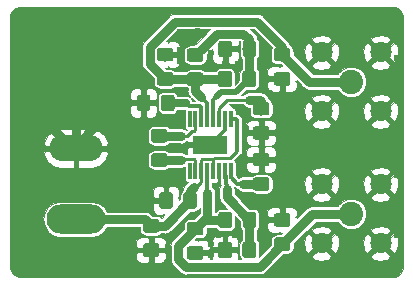
<source format=gbr>
G04 #@! TF.GenerationSoftware,KiCad,Pcbnew,(5.0.2)-1*
G04 #@! TF.CreationDate,2019-08-18T14:58:17-04:00*
G04 #@! TF.ProjectId,LTC3260-DualRail,4c544333-3236-4302-9d44-75616c526169,rev?*
G04 #@! TF.SameCoordinates,Original*
G04 #@! TF.FileFunction,Copper,L1,Top*
G04 #@! TF.FilePolarity,Positive*
%FSLAX46Y46*%
G04 Gerber Fmt 4.6, Leading zero omitted, Abs format (unit mm)*
G04 Created by KiCad (PCBNEW (5.0.2)-1) date 8/18/2019 2:58:17 PM*
%MOMM*%
%LPD*%
G01*
G04 APERTURE LIST*
G04 #@! TA.AperFunction,Conductor*
%ADD10C,0.100000*%
G04 #@! TD*
G04 #@! TA.AperFunction,SMDPad,CuDef*
%ADD11C,1.150000*%
G04 #@! TD*
G04 #@! TA.AperFunction,ComponentPad*
%ADD12O,5.000000X2.500000*%
G04 #@! TD*
G04 #@! TA.AperFunction,ComponentPad*
%ADD13O,4.500000X2.250000*%
G04 #@! TD*
G04 #@! TA.AperFunction,ComponentPad*
%ADD14C,1.800000*%
G04 #@! TD*
G04 #@! TA.AperFunction,ComponentPad*
%ADD15C,2.050000*%
G04 #@! TD*
G04 #@! TA.AperFunction,SMDPad,CuDef*
%ADD16R,0.300000X1.400000*%
G04 #@! TD*
G04 #@! TA.AperFunction,SMDPad,CuDef*
%ADD17R,2.850000X1.650000*%
G04 #@! TD*
G04 #@! TA.AperFunction,ViaPad*
%ADD18C,0.600000*%
G04 #@! TD*
G04 #@! TA.AperFunction,Conductor*
%ADD19C,0.300000*%
G04 #@! TD*
G04 #@! TA.AperFunction,Conductor*
%ADD20C,0.250000*%
G04 #@! TD*
G04 #@! TA.AperFunction,Conductor*
%ADD21C,0.800000*%
G04 #@! TD*
G04 #@! TA.AperFunction,Conductor*
%ADD22C,0.500000*%
G04 #@! TD*
G04 #@! TA.AperFunction,Conductor*
%ADD23C,0.650000*%
G04 #@! TD*
G04 APERTURE END LIST*
D10*
G04 #@! TO.N,GND*
G04 #@! TO.C,1CByp1*
G36*
X90309225Y-78148204D02*
X90333493Y-78151804D01*
X90357292Y-78157765D01*
X90380391Y-78166030D01*
X90402570Y-78176520D01*
X90423613Y-78189132D01*
X90443319Y-78203747D01*
X90461497Y-78220223D01*
X90477973Y-78238401D01*
X90492588Y-78258107D01*
X90505200Y-78279150D01*
X90515690Y-78301329D01*
X90523955Y-78324428D01*
X90529916Y-78348227D01*
X90533516Y-78372495D01*
X90534720Y-78396999D01*
X90534720Y-79047001D01*
X90533516Y-79071505D01*
X90529916Y-79095773D01*
X90523955Y-79119572D01*
X90515690Y-79142671D01*
X90505200Y-79164850D01*
X90492588Y-79185893D01*
X90477973Y-79205599D01*
X90461497Y-79223777D01*
X90443319Y-79240253D01*
X90423613Y-79254868D01*
X90402570Y-79267480D01*
X90380391Y-79277970D01*
X90357292Y-79286235D01*
X90333493Y-79292196D01*
X90309225Y-79295796D01*
X90284721Y-79297000D01*
X89384719Y-79297000D01*
X89360215Y-79295796D01*
X89335947Y-79292196D01*
X89312148Y-79286235D01*
X89289049Y-79277970D01*
X89266870Y-79267480D01*
X89245827Y-79254868D01*
X89226121Y-79240253D01*
X89207943Y-79223777D01*
X89191467Y-79205599D01*
X89176852Y-79185893D01*
X89164240Y-79164850D01*
X89153750Y-79142671D01*
X89145485Y-79119572D01*
X89139524Y-79095773D01*
X89135924Y-79071505D01*
X89134720Y-79047001D01*
X89134720Y-78396999D01*
X89135924Y-78372495D01*
X89139524Y-78348227D01*
X89145485Y-78324428D01*
X89153750Y-78301329D01*
X89164240Y-78279150D01*
X89176852Y-78258107D01*
X89191467Y-78238401D01*
X89207943Y-78220223D01*
X89226121Y-78203747D01*
X89245827Y-78189132D01*
X89266870Y-78176520D01*
X89289049Y-78166030D01*
X89312148Y-78157765D01*
X89335947Y-78151804D01*
X89360215Y-78148204D01*
X89384719Y-78147000D01*
X90284721Y-78147000D01*
X90309225Y-78148204D01*
X90309225Y-78148204D01*
G37*
D11*
G04 #@! TD*
G04 #@! TO.P,1CByp1,1*
G04 #@! TO.N,GND*
X89834720Y-78722000D03*
D10*
G04 #@! TO.N,Net-(1CByp1-Pad2)*
G04 #@! TO.C,1CByp1*
G36*
X90309225Y-80198204D02*
X90333493Y-80201804D01*
X90357292Y-80207765D01*
X90380391Y-80216030D01*
X90402570Y-80226520D01*
X90423613Y-80239132D01*
X90443319Y-80253747D01*
X90461497Y-80270223D01*
X90477973Y-80288401D01*
X90492588Y-80308107D01*
X90505200Y-80329150D01*
X90515690Y-80351329D01*
X90523955Y-80374428D01*
X90529916Y-80398227D01*
X90533516Y-80422495D01*
X90534720Y-80446999D01*
X90534720Y-81097001D01*
X90533516Y-81121505D01*
X90529916Y-81145773D01*
X90523955Y-81169572D01*
X90515690Y-81192671D01*
X90505200Y-81214850D01*
X90492588Y-81235893D01*
X90477973Y-81255599D01*
X90461497Y-81273777D01*
X90443319Y-81290253D01*
X90423613Y-81304868D01*
X90402570Y-81317480D01*
X90380391Y-81327970D01*
X90357292Y-81336235D01*
X90333493Y-81342196D01*
X90309225Y-81345796D01*
X90284721Y-81347000D01*
X89384719Y-81347000D01*
X89360215Y-81345796D01*
X89335947Y-81342196D01*
X89312148Y-81336235D01*
X89289049Y-81327970D01*
X89266870Y-81317480D01*
X89245827Y-81304868D01*
X89226121Y-81290253D01*
X89207943Y-81273777D01*
X89191467Y-81255599D01*
X89176852Y-81235893D01*
X89164240Y-81214850D01*
X89153750Y-81192671D01*
X89145485Y-81169572D01*
X89139524Y-81145773D01*
X89135924Y-81121505D01*
X89134720Y-81097001D01*
X89134720Y-80446999D01*
X89135924Y-80422495D01*
X89139524Y-80398227D01*
X89145485Y-80374428D01*
X89153750Y-80351329D01*
X89164240Y-80329150D01*
X89176852Y-80308107D01*
X89191467Y-80288401D01*
X89207943Y-80270223D01*
X89226121Y-80253747D01*
X89245827Y-80239132D01*
X89266870Y-80226520D01*
X89289049Y-80216030D01*
X89312148Y-80207765D01*
X89335947Y-80201804D01*
X89360215Y-80198204D01*
X89384719Y-80197000D01*
X90284721Y-80197000D01*
X90309225Y-80198204D01*
X90309225Y-80198204D01*
G37*
D11*
G04 #@! TD*
G04 #@! TO.P,1CByp1,2*
G04 #@! TO.N,Net-(1CByp1-Pad2)*
X89834720Y-80772000D03*
D10*
G04 #@! TO.N,/+5V*
G04 #@! TO.C,1Cout1*
G36*
X84721225Y-83990204D02*
X84745493Y-83993804D01*
X84769292Y-83999765D01*
X84792391Y-84008030D01*
X84814570Y-84018520D01*
X84835613Y-84031132D01*
X84855319Y-84045747D01*
X84873497Y-84062223D01*
X84889973Y-84080401D01*
X84904588Y-84100107D01*
X84917200Y-84121150D01*
X84927690Y-84143329D01*
X84935955Y-84166428D01*
X84941916Y-84190227D01*
X84945516Y-84214495D01*
X84946720Y-84238999D01*
X84946720Y-84889001D01*
X84945516Y-84913505D01*
X84941916Y-84937773D01*
X84935955Y-84961572D01*
X84927690Y-84984671D01*
X84917200Y-85006850D01*
X84904588Y-85027893D01*
X84889973Y-85047599D01*
X84873497Y-85065777D01*
X84855319Y-85082253D01*
X84835613Y-85096868D01*
X84814570Y-85109480D01*
X84792391Y-85119970D01*
X84769292Y-85128235D01*
X84745493Y-85134196D01*
X84721225Y-85137796D01*
X84696721Y-85139000D01*
X83796719Y-85139000D01*
X83772215Y-85137796D01*
X83747947Y-85134196D01*
X83724148Y-85128235D01*
X83701049Y-85119970D01*
X83678870Y-85109480D01*
X83657827Y-85096868D01*
X83638121Y-85082253D01*
X83619943Y-85065777D01*
X83603467Y-85047599D01*
X83588852Y-85027893D01*
X83576240Y-85006850D01*
X83565750Y-84984671D01*
X83557485Y-84961572D01*
X83551524Y-84937773D01*
X83547924Y-84913505D01*
X83546720Y-84889001D01*
X83546720Y-84238999D01*
X83547924Y-84214495D01*
X83551524Y-84190227D01*
X83557485Y-84166428D01*
X83565750Y-84143329D01*
X83576240Y-84121150D01*
X83588852Y-84100107D01*
X83603467Y-84080401D01*
X83619943Y-84062223D01*
X83638121Y-84045747D01*
X83657827Y-84031132D01*
X83678870Y-84018520D01*
X83701049Y-84008030D01*
X83724148Y-83999765D01*
X83747947Y-83993804D01*
X83772215Y-83990204D01*
X83796719Y-83989000D01*
X84696721Y-83989000D01*
X84721225Y-83990204D01*
X84721225Y-83990204D01*
G37*
D11*
G04 #@! TD*
G04 #@! TO.P,1Cout1,1*
G04 #@! TO.N,/+5V*
X84246720Y-84564000D03*
D10*
G04 #@! TO.N,GND*
G04 #@! TO.C,1Cout1*
G36*
X84721225Y-86040204D02*
X84745493Y-86043804D01*
X84769292Y-86049765D01*
X84792391Y-86058030D01*
X84814570Y-86068520D01*
X84835613Y-86081132D01*
X84855319Y-86095747D01*
X84873497Y-86112223D01*
X84889973Y-86130401D01*
X84904588Y-86150107D01*
X84917200Y-86171150D01*
X84927690Y-86193329D01*
X84935955Y-86216428D01*
X84941916Y-86240227D01*
X84945516Y-86264495D01*
X84946720Y-86288999D01*
X84946720Y-86939001D01*
X84945516Y-86963505D01*
X84941916Y-86987773D01*
X84935955Y-87011572D01*
X84927690Y-87034671D01*
X84917200Y-87056850D01*
X84904588Y-87077893D01*
X84889973Y-87097599D01*
X84873497Y-87115777D01*
X84855319Y-87132253D01*
X84835613Y-87146868D01*
X84814570Y-87159480D01*
X84792391Y-87169970D01*
X84769292Y-87178235D01*
X84745493Y-87184196D01*
X84721225Y-87187796D01*
X84696721Y-87189000D01*
X83796719Y-87189000D01*
X83772215Y-87187796D01*
X83747947Y-87184196D01*
X83724148Y-87178235D01*
X83701049Y-87169970D01*
X83678870Y-87159480D01*
X83657827Y-87146868D01*
X83638121Y-87132253D01*
X83619943Y-87115777D01*
X83603467Y-87097599D01*
X83588852Y-87077893D01*
X83576240Y-87056850D01*
X83565750Y-87034671D01*
X83557485Y-87011572D01*
X83551524Y-86987773D01*
X83547924Y-86963505D01*
X83546720Y-86939001D01*
X83546720Y-86288999D01*
X83547924Y-86264495D01*
X83551524Y-86240227D01*
X83557485Y-86216428D01*
X83565750Y-86193329D01*
X83576240Y-86171150D01*
X83588852Y-86150107D01*
X83603467Y-86130401D01*
X83619943Y-86112223D01*
X83638121Y-86095747D01*
X83657827Y-86081132D01*
X83678870Y-86068520D01*
X83701049Y-86058030D01*
X83724148Y-86049765D01*
X83747947Y-86043804D01*
X83772215Y-86040204D01*
X83796719Y-86039000D01*
X84696721Y-86039000D01*
X84721225Y-86040204D01*
X84721225Y-86040204D01*
G37*
D11*
G04 #@! TD*
G04 #@! TO.P,1Cout1,2*
G04 #@! TO.N,GND*
X84246720Y-86614000D03*
D10*
G04 #@! TO.N,GND*
G04 #@! TO.C,1R1*
G36*
X87118225Y-85661204D02*
X87142493Y-85664804D01*
X87166292Y-85670765D01*
X87189391Y-85679030D01*
X87211570Y-85689520D01*
X87232613Y-85702132D01*
X87252319Y-85716747D01*
X87270497Y-85733223D01*
X87286973Y-85751401D01*
X87301588Y-85771107D01*
X87314200Y-85792150D01*
X87324690Y-85814329D01*
X87332955Y-85837428D01*
X87338916Y-85861227D01*
X87342516Y-85885495D01*
X87343720Y-85909999D01*
X87343720Y-86810001D01*
X87342516Y-86834505D01*
X87338916Y-86858773D01*
X87332955Y-86882572D01*
X87324690Y-86905671D01*
X87314200Y-86927850D01*
X87301588Y-86948893D01*
X87286973Y-86968599D01*
X87270497Y-86986777D01*
X87252319Y-87003253D01*
X87232613Y-87017868D01*
X87211570Y-87030480D01*
X87189391Y-87040970D01*
X87166292Y-87049235D01*
X87142493Y-87055196D01*
X87118225Y-87058796D01*
X87093721Y-87060000D01*
X86443719Y-87060000D01*
X86419215Y-87058796D01*
X86394947Y-87055196D01*
X86371148Y-87049235D01*
X86348049Y-87040970D01*
X86325870Y-87030480D01*
X86304827Y-87017868D01*
X86285121Y-87003253D01*
X86266943Y-86986777D01*
X86250467Y-86968599D01*
X86235852Y-86948893D01*
X86223240Y-86927850D01*
X86212750Y-86905671D01*
X86204485Y-86882572D01*
X86198524Y-86858773D01*
X86194924Y-86834505D01*
X86193720Y-86810001D01*
X86193720Y-85909999D01*
X86194924Y-85885495D01*
X86198524Y-85861227D01*
X86204485Y-85837428D01*
X86212750Y-85814329D01*
X86223240Y-85792150D01*
X86235852Y-85771107D01*
X86250467Y-85751401D01*
X86266943Y-85733223D01*
X86285121Y-85716747D01*
X86304827Y-85702132D01*
X86325870Y-85689520D01*
X86348049Y-85679030D01*
X86371148Y-85670765D01*
X86394947Y-85664804D01*
X86419215Y-85661204D01*
X86443719Y-85660000D01*
X87093721Y-85660000D01*
X87118225Y-85661204D01*
X87118225Y-85661204D01*
G37*
D11*
G04 #@! TD*
G04 #@! TO.P,1R1,1*
G04 #@! TO.N,GND*
X86768720Y-86360000D03*
D10*
G04 #@! TO.N,Net-(1R1-Pad2)*
G04 #@! TO.C,1R1*
G36*
X89168225Y-85661204D02*
X89192493Y-85664804D01*
X89216292Y-85670765D01*
X89239391Y-85679030D01*
X89261570Y-85689520D01*
X89282613Y-85702132D01*
X89302319Y-85716747D01*
X89320497Y-85733223D01*
X89336973Y-85751401D01*
X89351588Y-85771107D01*
X89364200Y-85792150D01*
X89374690Y-85814329D01*
X89382955Y-85837428D01*
X89388916Y-85861227D01*
X89392516Y-85885495D01*
X89393720Y-85909999D01*
X89393720Y-86810001D01*
X89392516Y-86834505D01*
X89388916Y-86858773D01*
X89382955Y-86882572D01*
X89374690Y-86905671D01*
X89364200Y-86927850D01*
X89351588Y-86948893D01*
X89336973Y-86968599D01*
X89320497Y-86986777D01*
X89302319Y-87003253D01*
X89282613Y-87017868D01*
X89261570Y-87030480D01*
X89239391Y-87040970D01*
X89216292Y-87049235D01*
X89192493Y-87055196D01*
X89168225Y-87058796D01*
X89143721Y-87060000D01*
X88493719Y-87060000D01*
X88469215Y-87058796D01*
X88444947Y-87055196D01*
X88421148Y-87049235D01*
X88398049Y-87040970D01*
X88375870Y-87030480D01*
X88354827Y-87017868D01*
X88335121Y-87003253D01*
X88316943Y-86986777D01*
X88300467Y-86968599D01*
X88285852Y-86948893D01*
X88273240Y-86927850D01*
X88262750Y-86905671D01*
X88254485Y-86882572D01*
X88248524Y-86858773D01*
X88244924Y-86834505D01*
X88243720Y-86810001D01*
X88243720Y-85909999D01*
X88244924Y-85885495D01*
X88248524Y-85861227D01*
X88254485Y-85837428D01*
X88262750Y-85814329D01*
X88273240Y-85792150D01*
X88285852Y-85771107D01*
X88300467Y-85751401D01*
X88316943Y-85733223D01*
X88335121Y-85716747D01*
X88354827Y-85702132D01*
X88375870Y-85689520D01*
X88398049Y-85679030D01*
X88421148Y-85670765D01*
X88444947Y-85664804D01*
X88469215Y-85661204D01*
X88493719Y-85660000D01*
X89143721Y-85660000D01*
X89168225Y-85661204D01*
X89168225Y-85661204D01*
G37*
D11*
G04 #@! TD*
G04 #@! TO.P,1R1,2*
G04 #@! TO.N,Net-(1R1-Pad2)*
X88818720Y-86360000D03*
D10*
G04 #@! TO.N,/+5V*
G04 #@! TO.C,1R2*
G36*
X87136225Y-83121204D02*
X87160493Y-83124804D01*
X87184292Y-83130765D01*
X87207391Y-83139030D01*
X87229570Y-83149520D01*
X87250613Y-83162132D01*
X87270319Y-83176747D01*
X87288497Y-83193223D01*
X87304973Y-83211401D01*
X87319588Y-83231107D01*
X87332200Y-83252150D01*
X87342690Y-83274329D01*
X87350955Y-83297428D01*
X87356916Y-83321227D01*
X87360516Y-83345495D01*
X87361720Y-83369999D01*
X87361720Y-84270001D01*
X87360516Y-84294505D01*
X87356916Y-84318773D01*
X87350955Y-84342572D01*
X87342690Y-84365671D01*
X87332200Y-84387850D01*
X87319588Y-84408893D01*
X87304973Y-84428599D01*
X87288497Y-84446777D01*
X87270319Y-84463253D01*
X87250613Y-84477868D01*
X87229570Y-84490480D01*
X87207391Y-84500970D01*
X87184292Y-84509235D01*
X87160493Y-84515196D01*
X87136225Y-84518796D01*
X87111721Y-84520000D01*
X86461719Y-84520000D01*
X86437215Y-84518796D01*
X86412947Y-84515196D01*
X86389148Y-84509235D01*
X86366049Y-84500970D01*
X86343870Y-84490480D01*
X86322827Y-84477868D01*
X86303121Y-84463253D01*
X86284943Y-84446777D01*
X86268467Y-84428599D01*
X86253852Y-84408893D01*
X86241240Y-84387850D01*
X86230750Y-84365671D01*
X86222485Y-84342572D01*
X86216524Y-84318773D01*
X86212924Y-84294505D01*
X86211720Y-84270001D01*
X86211720Y-83369999D01*
X86212924Y-83345495D01*
X86216524Y-83321227D01*
X86222485Y-83297428D01*
X86230750Y-83274329D01*
X86241240Y-83252150D01*
X86253852Y-83231107D01*
X86268467Y-83211401D01*
X86284943Y-83193223D01*
X86303121Y-83176747D01*
X86322827Y-83162132D01*
X86343870Y-83149520D01*
X86366049Y-83139030D01*
X86389148Y-83130765D01*
X86412947Y-83124804D01*
X86437215Y-83121204D01*
X86461719Y-83120000D01*
X87111721Y-83120000D01*
X87136225Y-83121204D01*
X87136225Y-83121204D01*
G37*
D11*
G04 #@! TD*
G04 #@! TO.P,1R2,2*
G04 #@! TO.N,/+5V*
X86786720Y-83820000D03*
D10*
G04 #@! TO.N,Net-(1R1-Pad2)*
G04 #@! TO.C,1R2*
G36*
X89186225Y-83121204D02*
X89210493Y-83124804D01*
X89234292Y-83130765D01*
X89257391Y-83139030D01*
X89279570Y-83149520D01*
X89300613Y-83162132D01*
X89320319Y-83176747D01*
X89338497Y-83193223D01*
X89354973Y-83211401D01*
X89369588Y-83231107D01*
X89382200Y-83252150D01*
X89392690Y-83274329D01*
X89400955Y-83297428D01*
X89406916Y-83321227D01*
X89410516Y-83345495D01*
X89411720Y-83369999D01*
X89411720Y-84270001D01*
X89410516Y-84294505D01*
X89406916Y-84318773D01*
X89400955Y-84342572D01*
X89392690Y-84365671D01*
X89382200Y-84387850D01*
X89369588Y-84408893D01*
X89354973Y-84428599D01*
X89338497Y-84446777D01*
X89320319Y-84463253D01*
X89300613Y-84477868D01*
X89279570Y-84490480D01*
X89257391Y-84500970D01*
X89234292Y-84509235D01*
X89210493Y-84515196D01*
X89186225Y-84518796D01*
X89161721Y-84520000D01*
X88511719Y-84520000D01*
X88487215Y-84518796D01*
X88462947Y-84515196D01*
X88439148Y-84509235D01*
X88416049Y-84500970D01*
X88393870Y-84490480D01*
X88372827Y-84477868D01*
X88353121Y-84463253D01*
X88334943Y-84446777D01*
X88318467Y-84428599D01*
X88303852Y-84408893D01*
X88291240Y-84387850D01*
X88280750Y-84365671D01*
X88272485Y-84342572D01*
X88266524Y-84318773D01*
X88262924Y-84294505D01*
X88261720Y-84270001D01*
X88261720Y-83369999D01*
X88262924Y-83345495D01*
X88266524Y-83321227D01*
X88272485Y-83297428D01*
X88280750Y-83274329D01*
X88291240Y-83252150D01*
X88303852Y-83231107D01*
X88318467Y-83211401D01*
X88334943Y-83193223D01*
X88353121Y-83176747D01*
X88372827Y-83162132D01*
X88393870Y-83149520D01*
X88416049Y-83139030D01*
X88439148Y-83130765D01*
X88462947Y-83124804D01*
X88487215Y-83121204D01*
X88511719Y-83120000D01*
X89161721Y-83120000D01*
X89186225Y-83121204D01*
X89186225Y-83121204D01*
G37*
D11*
G04 #@! TD*
G04 #@! TO.P,1R2,1*
G04 #@! TO.N,Net-(1R1-Pad2)*
X88836720Y-83820000D03*
D10*
G04 #@! TO.N,Net-(2Cadj1-Pad2)*
G04 #@! TO.C,2Cadj1*
G36*
X84721225Y-69276204D02*
X84745493Y-69279804D01*
X84769292Y-69285765D01*
X84792391Y-69294030D01*
X84814570Y-69304520D01*
X84835613Y-69317132D01*
X84855319Y-69331747D01*
X84873497Y-69348223D01*
X84889973Y-69366401D01*
X84904588Y-69386107D01*
X84917200Y-69407150D01*
X84927690Y-69429329D01*
X84935955Y-69452428D01*
X84941916Y-69476227D01*
X84945516Y-69500495D01*
X84946720Y-69524999D01*
X84946720Y-70175001D01*
X84945516Y-70199505D01*
X84941916Y-70223773D01*
X84935955Y-70247572D01*
X84927690Y-70270671D01*
X84917200Y-70292850D01*
X84904588Y-70313893D01*
X84889973Y-70333599D01*
X84873497Y-70351777D01*
X84855319Y-70368253D01*
X84835613Y-70382868D01*
X84814570Y-70395480D01*
X84792391Y-70405970D01*
X84769292Y-70414235D01*
X84745493Y-70420196D01*
X84721225Y-70423796D01*
X84696721Y-70425000D01*
X83796719Y-70425000D01*
X83772215Y-70423796D01*
X83747947Y-70420196D01*
X83724148Y-70414235D01*
X83701049Y-70405970D01*
X83678870Y-70395480D01*
X83657827Y-70382868D01*
X83638121Y-70368253D01*
X83619943Y-70351777D01*
X83603467Y-70333599D01*
X83588852Y-70313893D01*
X83576240Y-70292850D01*
X83565750Y-70270671D01*
X83557485Y-70247572D01*
X83551524Y-70223773D01*
X83547924Y-70199505D01*
X83546720Y-70175001D01*
X83546720Y-69524999D01*
X83547924Y-69500495D01*
X83551524Y-69476227D01*
X83557485Y-69452428D01*
X83565750Y-69429329D01*
X83576240Y-69407150D01*
X83588852Y-69386107D01*
X83603467Y-69366401D01*
X83619943Y-69348223D01*
X83638121Y-69331747D01*
X83657827Y-69317132D01*
X83678870Y-69304520D01*
X83701049Y-69294030D01*
X83724148Y-69285765D01*
X83747947Y-69279804D01*
X83772215Y-69276204D01*
X83796719Y-69275000D01*
X84696721Y-69275000D01*
X84721225Y-69276204D01*
X84721225Y-69276204D01*
G37*
D11*
G04 #@! TD*
G04 #@! TO.P,2Cadj1,2*
G04 #@! TO.N,Net-(2Cadj1-Pad2)*
X84246720Y-69850000D03*
D10*
G04 #@! TO.N,/-5V*
G04 #@! TO.C,2Cadj1*
G36*
X84721225Y-71326204D02*
X84745493Y-71329804D01*
X84769292Y-71335765D01*
X84792391Y-71344030D01*
X84814570Y-71354520D01*
X84835613Y-71367132D01*
X84855319Y-71381747D01*
X84873497Y-71398223D01*
X84889973Y-71416401D01*
X84904588Y-71436107D01*
X84917200Y-71457150D01*
X84927690Y-71479329D01*
X84935955Y-71502428D01*
X84941916Y-71526227D01*
X84945516Y-71550495D01*
X84946720Y-71574999D01*
X84946720Y-72225001D01*
X84945516Y-72249505D01*
X84941916Y-72273773D01*
X84935955Y-72297572D01*
X84927690Y-72320671D01*
X84917200Y-72342850D01*
X84904588Y-72363893D01*
X84889973Y-72383599D01*
X84873497Y-72401777D01*
X84855319Y-72418253D01*
X84835613Y-72432868D01*
X84814570Y-72445480D01*
X84792391Y-72455970D01*
X84769292Y-72464235D01*
X84745493Y-72470196D01*
X84721225Y-72473796D01*
X84696721Y-72475000D01*
X83796719Y-72475000D01*
X83772215Y-72473796D01*
X83747947Y-72470196D01*
X83724148Y-72464235D01*
X83701049Y-72455970D01*
X83678870Y-72445480D01*
X83657827Y-72432868D01*
X83638121Y-72418253D01*
X83619943Y-72401777D01*
X83603467Y-72383599D01*
X83588852Y-72363893D01*
X83576240Y-72342850D01*
X83565750Y-72320671D01*
X83557485Y-72297572D01*
X83551524Y-72273773D01*
X83547924Y-72249505D01*
X83546720Y-72225001D01*
X83546720Y-71574999D01*
X83547924Y-71550495D01*
X83551524Y-71526227D01*
X83557485Y-71502428D01*
X83565750Y-71479329D01*
X83576240Y-71457150D01*
X83588852Y-71436107D01*
X83603467Y-71416401D01*
X83619943Y-71398223D01*
X83638121Y-71381747D01*
X83657827Y-71367132D01*
X83678870Y-71354520D01*
X83701049Y-71344030D01*
X83724148Y-71335765D01*
X83747947Y-71329804D01*
X83772215Y-71326204D01*
X83796719Y-71325000D01*
X84696721Y-71325000D01*
X84721225Y-71326204D01*
X84721225Y-71326204D01*
G37*
D11*
G04 #@! TD*
G04 #@! TO.P,2Cadj1,1*
G04 #@! TO.N,/-5V*
X84246720Y-71900000D03*
D10*
G04 #@! TO.N,GND*
G04 #@! TO.C,2CByp1*
G36*
X90309225Y-75880204D02*
X90333493Y-75883804D01*
X90357292Y-75889765D01*
X90380391Y-75898030D01*
X90402570Y-75908520D01*
X90423613Y-75921132D01*
X90443319Y-75935747D01*
X90461497Y-75952223D01*
X90477973Y-75970401D01*
X90492588Y-75990107D01*
X90505200Y-76011150D01*
X90515690Y-76033329D01*
X90523955Y-76056428D01*
X90529916Y-76080227D01*
X90533516Y-76104495D01*
X90534720Y-76128999D01*
X90534720Y-76779001D01*
X90533516Y-76803505D01*
X90529916Y-76827773D01*
X90523955Y-76851572D01*
X90515690Y-76874671D01*
X90505200Y-76896850D01*
X90492588Y-76917893D01*
X90477973Y-76937599D01*
X90461497Y-76955777D01*
X90443319Y-76972253D01*
X90423613Y-76986868D01*
X90402570Y-76999480D01*
X90380391Y-77009970D01*
X90357292Y-77018235D01*
X90333493Y-77024196D01*
X90309225Y-77027796D01*
X90284721Y-77029000D01*
X89384719Y-77029000D01*
X89360215Y-77027796D01*
X89335947Y-77024196D01*
X89312148Y-77018235D01*
X89289049Y-77009970D01*
X89266870Y-76999480D01*
X89245827Y-76986868D01*
X89226121Y-76972253D01*
X89207943Y-76955777D01*
X89191467Y-76937599D01*
X89176852Y-76917893D01*
X89164240Y-76896850D01*
X89153750Y-76874671D01*
X89145485Y-76851572D01*
X89139524Y-76827773D01*
X89135924Y-76803505D01*
X89134720Y-76779001D01*
X89134720Y-76128999D01*
X89135924Y-76104495D01*
X89139524Y-76080227D01*
X89145485Y-76056428D01*
X89153750Y-76033329D01*
X89164240Y-76011150D01*
X89176852Y-75990107D01*
X89191467Y-75970401D01*
X89207943Y-75952223D01*
X89226121Y-75935747D01*
X89245827Y-75921132D01*
X89266870Y-75908520D01*
X89289049Y-75898030D01*
X89312148Y-75889765D01*
X89335947Y-75883804D01*
X89360215Y-75880204D01*
X89384719Y-75879000D01*
X90284721Y-75879000D01*
X90309225Y-75880204D01*
X90309225Y-75880204D01*
G37*
D11*
G04 #@! TD*
G04 #@! TO.P,2CByp1,2*
G04 #@! TO.N,GND*
X89834720Y-76454000D03*
D10*
G04 #@! TO.N,Net-(2CByp1-Pad1)*
G04 #@! TO.C,2CByp1*
G36*
X90309225Y-73830204D02*
X90333493Y-73833804D01*
X90357292Y-73839765D01*
X90380391Y-73848030D01*
X90402570Y-73858520D01*
X90423613Y-73871132D01*
X90443319Y-73885747D01*
X90461497Y-73902223D01*
X90477973Y-73920401D01*
X90492588Y-73940107D01*
X90505200Y-73961150D01*
X90515690Y-73983329D01*
X90523955Y-74006428D01*
X90529916Y-74030227D01*
X90533516Y-74054495D01*
X90534720Y-74078999D01*
X90534720Y-74729001D01*
X90533516Y-74753505D01*
X90529916Y-74777773D01*
X90523955Y-74801572D01*
X90515690Y-74824671D01*
X90505200Y-74846850D01*
X90492588Y-74867893D01*
X90477973Y-74887599D01*
X90461497Y-74905777D01*
X90443319Y-74922253D01*
X90423613Y-74936868D01*
X90402570Y-74949480D01*
X90380391Y-74959970D01*
X90357292Y-74968235D01*
X90333493Y-74974196D01*
X90309225Y-74977796D01*
X90284721Y-74979000D01*
X89384719Y-74979000D01*
X89360215Y-74977796D01*
X89335947Y-74974196D01*
X89312148Y-74968235D01*
X89289049Y-74959970D01*
X89266870Y-74949480D01*
X89245827Y-74936868D01*
X89226121Y-74922253D01*
X89207943Y-74905777D01*
X89191467Y-74887599D01*
X89176852Y-74867893D01*
X89164240Y-74846850D01*
X89153750Y-74824671D01*
X89145485Y-74801572D01*
X89139524Y-74777773D01*
X89135924Y-74753505D01*
X89134720Y-74729001D01*
X89134720Y-74078999D01*
X89135924Y-74054495D01*
X89139524Y-74030227D01*
X89145485Y-74006428D01*
X89153750Y-73983329D01*
X89164240Y-73961150D01*
X89176852Y-73940107D01*
X89191467Y-73920401D01*
X89207943Y-73902223D01*
X89226121Y-73885747D01*
X89245827Y-73871132D01*
X89266870Y-73858520D01*
X89289049Y-73848030D01*
X89312148Y-73839765D01*
X89335947Y-73833804D01*
X89360215Y-73830204D01*
X89384719Y-73829000D01*
X90284721Y-73829000D01*
X90309225Y-73830204D01*
X90309225Y-73830204D01*
G37*
D11*
G04 #@! TD*
G04 #@! TO.P,2CByp1,1*
G04 #@! TO.N,Net-(2CByp1-Pad1)*
X89834720Y-74404000D03*
D10*
G04 #@! TO.N,/-5V*
G04 #@! TO.C,2Cout1*
G36*
X82181225Y-71308204D02*
X82205493Y-71311804D01*
X82229292Y-71317765D01*
X82252391Y-71326030D01*
X82274570Y-71336520D01*
X82295613Y-71349132D01*
X82315319Y-71363747D01*
X82333497Y-71380223D01*
X82349973Y-71398401D01*
X82364588Y-71418107D01*
X82377200Y-71439150D01*
X82387690Y-71461329D01*
X82395955Y-71484428D01*
X82401916Y-71508227D01*
X82405516Y-71532495D01*
X82406720Y-71556999D01*
X82406720Y-72207001D01*
X82405516Y-72231505D01*
X82401916Y-72255773D01*
X82395955Y-72279572D01*
X82387690Y-72302671D01*
X82377200Y-72324850D01*
X82364588Y-72345893D01*
X82349973Y-72365599D01*
X82333497Y-72383777D01*
X82315319Y-72400253D01*
X82295613Y-72414868D01*
X82274570Y-72427480D01*
X82252391Y-72437970D01*
X82229292Y-72446235D01*
X82205493Y-72452196D01*
X82181225Y-72455796D01*
X82156721Y-72457000D01*
X81256719Y-72457000D01*
X81232215Y-72455796D01*
X81207947Y-72452196D01*
X81184148Y-72446235D01*
X81161049Y-72437970D01*
X81138870Y-72427480D01*
X81117827Y-72414868D01*
X81098121Y-72400253D01*
X81079943Y-72383777D01*
X81063467Y-72365599D01*
X81048852Y-72345893D01*
X81036240Y-72324850D01*
X81025750Y-72302671D01*
X81017485Y-72279572D01*
X81011524Y-72255773D01*
X81007924Y-72231505D01*
X81006720Y-72207001D01*
X81006720Y-71556999D01*
X81007924Y-71532495D01*
X81011524Y-71508227D01*
X81017485Y-71484428D01*
X81025750Y-71461329D01*
X81036240Y-71439150D01*
X81048852Y-71418107D01*
X81063467Y-71398401D01*
X81079943Y-71380223D01*
X81098121Y-71363747D01*
X81117827Y-71349132D01*
X81138870Y-71336520D01*
X81161049Y-71326030D01*
X81184148Y-71317765D01*
X81207947Y-71311804D01*
X81232215Y-71308204D01*
X81256719Y-71307000D01*
X82156721Y-71307000D01*
X82181225Y-71308204D01*
X82181225Y-71308204D01*
G37*
D11*
G04 #@! TD*
G04 #@! TO.P,2Cout1,2*
G04 #@! TO.N,/-5V*
X81706720Y-71882000D03*
D10*
G04 #@! TO.N,GND*
G04 #@! TO.C,2Cout1*
G36*
X82181225Y-69258204D02*
X82205493Y-69261804D01*
X82229292Y-69267765D01*
X82252391Y-69276030D01*
X82274570Y-69286520D01*
X82295613Y-69299132D01*
X82315319Y-69313747D01*
X82333497Y-69330223D01*
X82349973Y-69348401D01*
X82364588Y-69368107D01*
X82377200Y-69389150D01*
X82387690Y-69411329D01*
X82395955Y-69434428D01*
X82401916Y-69458227D01*
X82405516Y-69482495D01*
X82406720Y-69506999D01*
X82406720Y-70157001D01*
X82405516Y-70181505D01*
X82401916Y-70205773D01*
X82395955Y-70229572D01*
X82387690Y-70252671D01*
X82377200Y-70274850D01*
X82364588Y-70295893D01*
X82349973Y-70315599D01*
X82333497Y-70333777D01*
X82315319Y-70350253D01*
X82295613Y-70364868D01*
X82274570Y-70377480D01*
X82252391Y-70387970D01*
X82229292Y-70396235D01*
X82205493Y-70402196D01*
X82181225Y-70405796D01*
X82156721Y-70407000D01*
X81256719Y-70407000D01*
X81232215Y-70405796D01*
X81207947Y-70402196D01*
X81184148Y-70396235D01*
X81161049Y-70387970D01*
X81138870Y-70377480D01*
X81117827Y-70364868D01*
X81098121Y-70350253D01*
X81079943Y-70333777D01*
X81063467Y-70315599D01*
X81048852Y-70295893D01*
X81036240Y-70274850D01*
X81025750Y-70252671D01*
X81017485Y-70229572D01*
X81011524Y-70205773D01*
X81007924Y-70181505D01*
X81006720Y-70157001D01*
X81006720Y-69506999D01*
X81007924Y-69482495D01*
X81011524Y-69458227D01*
X81017485Y-69434428D01*
X81025750Y-69411329D01*
X81036240Y-69389150D01*
X81048852Y-69368107D01*
X81063467Y-69348401D01*
X81079943Y-69330223D01*
X81098121Y-69313747D01*
X81117827Y-69299132D01*
X81138870Y-69286520D01*
X81161049Y-69276030D01*
X81184148Y-69267765D01*
X81207947Y-69261804D01*
X81232215Y-69258204D01*
X81256719Y-69257000D01*
X82156721Y-69257000D01*
X82181225Y-69258204D01*
X82181225Y-69258204D01*
G37*
D11*
G04 #@! TD*
G04 #@! TO.P,2Cout1,1*
G04 #@! TO.N,GND*
X81706720Y-69832000D03*
D10*
G04 #@! TO.N,GND*
G04 #@! TO.C,2R1*
G36*
X87127225Y-68643204D02*
X87151493Y-68646804D01*
X87175292Y-68652765D01*
X87198391Y-68661030D01*
X87220570Y-68671520D01*
X87241613Y-68684132D01*
X87261319Y-68698747D01*
X87279497Y-68715223D01*
X87295973Y-68733401D01*
X87310588Y-68753107D01*
X87323200Y-68774150D01*
X87333690Y-68796329D01*
X87341955Y-68819428D01*
X87347916Y-68843227D01*
X87351516Y-68867495D01*
X87352720Y-68891999D01*
X87352720Y-69792001D01*
X87351516Y-69816505D01*
X87347916Y-69840773D01*
X87341955Y-69864572D01*
X87333690Y-69887671D01*
X87323200Y-69909850D01*
X87310588Y-69930893D01*
X87295973Y-69950599D01*
X87279497Y-69968777D01*
X87261319Y-69985253D01*
X87241613Y-69999868D01*
X87220570Y-70012480D01*
X87198391Y-70022970D01*
X87175292Y-70031235D01*
X87151493Y-70037196D01*
X87127225Y-70040796D01*
X87102721Y-70042000D01*
X86452719Y-70042000D01*
X86428215Y-70040796D01*
X86403947Y-70037196D01*
X86380148Y-70031235D01*
X86357049Y-70022970D01*
X86334870Y-70012480D01*
X86313827Y-69999868D01*
X86294121Y-69985253D01*
X86275943Y-69968777D01*
X86259467Y-69950599D01*
X86244852Y-69930893D01*
X86232240Y-69909850D01*
X86221750Y-69887671D01*
X86213485Y-69864572D01*
X86207524Y-69840773D01*
X86203924Y-69816505D01*
X86202720Y-69792001D01*
X86202720Y-68891999D01*
X86203924Y-68867495D01*
X86207524Y-68843227D01*
X86213485Y-68819428D01*
X86221750Y-68796329D01*
X86232240Y-68774150D01*
X86244852Y-68753107D01*
X86259467Y-68733401D01*
X86275943Y-68715223D01*
X86294121Y-68698747D01*
X86313827Y-68684132D01*
X86334870Y-68671520D01*
X86357049Y-68661030D01*
X86380148Y-68652765D01*
X86403947Y-68646804D01*
X86428215Y-68643204D01*
X86452719Y-68642000D01*
X87102721Y-68642000D01*
X87127225Y-68643204D01*
X87127225Y-68643204D01*
G37*
D11*
G04 #@! TD*
G04 #@! TO.P,2R1,2*
G04 #@! TO.N,GND*
X86777720Y-69342000D03*
D10*
G04 #@! TO.N,Net-(2Cadj1-Pad2)*
G04 #@! TO.C,2R1*
G36*
X89177225Y-68643204D02*
X89201493Y-68646804D01*
X89225292Y-68652765D01*
X89248391Y-68661030D01*
X89270570Y-68671520D01*
X89291613Y-68684132D01*
X89311319Y-68698747D01*
X89329497Y-68715223D01*
X89345973Y-68733401D01*
X89360588Y-68753107D01*
X89373200Y-68774150D01*
X89383690Y-68796329D01*
X89391955Y-68819428D01*
X89397916Y-68843227D01*
X89401516Y-68867495D01*
X89402720Y-68891999D01*
X89402720Y-69792001D01*
X89401516Y-69816505D01*
X89397916Y-69840773D01*
X89391955Y-69864572D01*
X89383690Y-69887671D01*
X89373200Y-69909850D01*
X89360588Y-69930893D01*
X89345973Y-69950599D01*
X89329497Y-69968777D01*
X89311319Y-69985253D01*
X89291613Y-69999868D01*
X89270570Y-70012480D01*
X89248391Y-70022970D01*
X89225292Y-70031235D01*
X89201493Y-70037196D01*
X89177225Y-70040796D01*
X89152721Y-70042000D01*
X88502719Y-70042000D01*
X88478215Y-70040796D01*
X88453947Y-70037196D01*
X88430148Y-70031235D01*
X88407049Y-70022970D01*
X88384870Y-70012480D01*
X88363827Y-69999868D01*
X88344121Y-69985253D01*
X88325943Y-69968777D01*
X88309467Y-69950599D01*
X88294852Y-69930893D01*
X88282240Y-69909850D01*
X88271750Y-69887671D01*
X88263485Y-69864572D01*
X88257524Y-69840773D01*
X88253924Y-69816505D01*
X88252720Y-69792001D01*
X88252720Y-68891999D01*
X88253924Y-68867495D01*
X88257524Y-68843227D01*
X88263485Y-68819428D01*
X88271750Y-68796329D01*
X88282240Y-68774150D01*
X88294852Y-68753107D01*
X88309467Y-68733401D01*
X88325943Y-68715223D01*
X88344121Y-68698747D01*
X88363827Y-68684132D01*
X88384870Y-68671520D01*
X88407049Y-68661030D01*
X88430148Y-68652765D01*
X88453947Y-68646804D01*
X88478215Y-68643204D01*
X88502719Y-68642000D01*
X89152721Y-68642000D01*
X89177225Y-68643204D01*
X89177225Y-68643204D01*
G37*
D11*
G04 #@! TD*
G04 #@! TO.P,2R1,1*
G04 #@! TO.N,Net-(2Cadj1-Pad2)*
X88827720Y-69342000D03*
D10*
G04 #@! TO.N,Net-(2Cadj1-Pad2)*
G04 #@! TO.C,2R2*
G36*
X89168225Y-71183204D02*
X89192493Y-71186804D01*
X89216292Y-71192765D01*
X89239391Y-71201030D01*
X89261570Y-71211520D01*
X89282613Y-71224132D01*
X89302319Y-71238747D01*
X89320497Y-71255223D01*
X89336973Y-71273401D01*
X89351588Y-71293107D01*
X89364200Y-71314150D01*
X89374690Y-71336329D01*
X89382955Y-71359428D01*
X89388916Y-71383227D01*
X89392516Y-71407495D01*
X89393720Y-71431999D01*
X89393720Y-72332001D01*
X89392516Y-72356505D01*
X89388916Y-72380773D01*
X89382955Y-72404572D01*
X89374690Y-72427671D01*
X89364200Y-72449850D01*
X89351588Y-72470893D01*
X89336973Y-72490599D01*
X89320497Y-72508777D01*
X89302319Y-72525253D01*
X89282613Y-72539868D01*
X89261570Y-72552480D01*
X89239391Y-72562970D01*
X89216292Y-72571235D01*
X89192493Y-72577196D01*
X89168225Y-72580796D01*
X89143721Y-72582000D01*
X88493719Y-72582000D01*
X88469215Y-72580796D01*
X88444947Y-72577196D01*
X88421148Y-72571235D01*
X88398049Y-72562970D01*
X88375870Y-72552480D01*
X88354827Y-72539868D01*
X88335121Y-72525253D01*
X88316943Y-72508777D01*
X88300467Y-72490599D01*
X88285852Y-72470893D01*
X88273240Y-72449850D01*
X88262750Y-72427671D01*
X88254485Y-72404572D01*
X88248524Y-72380773D01*
X88244924Y-72356505D01*
X88243720Y-72332001D01*
X88243720Y-71431999D01*
X88244924Y-71407495D01*
X88248524Y-71383227D01*
X88254485Y-71359428D01*
X88262750Y-71336329D01*
X88273240Y-71314150D01*
X88285852Y-71293107D01*
X88300467Y-71273401D01*
X88316943Y-71255223D01*
X88335121Y-71238747D01*
X88354827Y-71224132D01*
X88375870Y-71211520D01*
X88398049Y-71201030D01*
X88421148Y-71192765D01*
X88444947Y-71186804D01*
X88469215Y-71183204D01*
X88493719Y-71182000D01*
X89143721Y-71182000D01*
X89168225Y-71183204D01*
X89168225Y-71183204D01*
G37*
D11*
G04 #@! TD*
G04 #@! TO.P,2R2,1*
G04 #@! TO.N,Net-(2Cadj1-Pad2)*
X88818720Y-71882000D03*
D10*
G04 #@! TO.N,/-5V*
G04 #@! TO.C,2R2*
G36*
X87118225Y-71183204D02*
X87142493Y-71186804D01*
X87166292Y-71192765D01*
X87189391Y-71201030D01*
X87211570Y-71211520D01*
X87232613Y-71224132D01*
X87252319Y-71238747D01*
X87270497Y-71255223D01*
X87286973Y-71273401D01*
X87301588Y-71293107D01*
X87314200Y-71314150D01*
X87324690Y-71336329D01*
X87332955Y-71359428D01*
X87338916Y-71383227D01*
X87342516Y-71407495D01*
X87343720Y-71431999D01*
X87343720Y-72332001D01*
X87342516Y-72356505D01*
X87338916Y-72380773D01*
X87332955Y-72404572D01*
X87324690Y-72427671D01*
X87314200Y-72449850D01*
X87301588Y-72470893D01*
X87286973Y-72490599D01*
X87270497Y-72508777D01*
X87252319Y-72525253D01*
X87232613Y-72539868D01*
X87211570Y-72552480D01*
X87189391Y-72562970D01*
X87166292Y-72571235D01*
X87142493Y-72577196D01*
X87118225Y-72580796D01*
X87093721Y-72582000D01*
X86443719Y-72582000D01*
X86419215Y-72580796D01*
X86394947Y-72577196D01*
X86371148Y-72571235D01*
X86348049Y-72562970D01*
X86325870Y-72552480D01*
X86304827Y-72539868D01*
X86285121Y-72525253D01*
X86266943Y-72508777D01*
X86250467Y-72490599D01*
X86235852Y-72470893D01*
X86223240Y-72449850D01*
X86212750Y-72427671D01*
X86204485Y-72404572D01*
X86198524Y-72380773D01*
X86194924Y-72356505D01*
X86193720Y-72332001D01*
X86193720Y-71431999D01*
X86194924Y-71407495D01*
X86198524Y-71383227D01*
X86204485Y-71359428D01*
X86212750Y-71336329D01*
X86223240Y-71314150D01*
X86235852Y-71293107D01*
X86250467Y-71273401D01*
X86266943Y-71255223D01*
X86285121Y-71238747D01*
X86304827Y-71224132D01*
X86325870Y-71211520D01*
X86348049Y-71201030D01*
X86371148Y-71192765D01*
X86394947Y-71186804D01*
X86419215Y-71183204D01*
X86443719Y-71182000D01*
X87093721Y-71182000D01*
X87118225Y-71183204D01*
X87118225Y-71183204D01*
G37*
D11*
G04 #@! TD*
G04 #@! TO.P,2R2,2*
G04 #@! TO.N,/-5V*
X86768720Y-71882000D03*
D10*
G04 #@! TO.N,Net-(CFly1-Pad1)*
G04 #@! TO.C,CFly1*
G36*
X81673225Y-78175204D02*
X81697493Y-78178804D01*
X81721292Y-78184765D01*
X81744391Y-78193030D01*
X81766570Y-78203520D01*
X81787613Y-78216132D01*
X81807319Y-78230747D01*
X81825497Y-78247223D01*
X81841973Y-78265401D01*
X81856588Y-78285107D01*
X81869200Y-78306150D01*
X81879690Y-78328329D01*
X81887955Y-78351428D01*
X81893916Y-78375227D01*
X81897516Y-78399495D01*
X81898720Y-78423999D01*
X81898720Y-79074001D01*
X81897516Y-79098505D01*
X81893916Y-79122773D01*
X81887955Y-79146572D01*
X81879690Y-79169671D01*
X81869200Y-79191850D01*
X81856588Y-79212893D01*
X81841973Y-79232599D01*
X81825497Y-79250777D01*
X81807319Y-79267253D01*
X81787613Y-79281868D01*
X81766570Y-79294480D01*
X81744391Y-79304970D01*
X81721292Y-79313235D01*
X81697493Y-79319196D01*
X81673225Y-79322796D01*
X81648721Y-79324000D01*
X80748719Y-79324000D01*
X80724215Y-79322796D01*
X80699947Y-79319196D01*
X80676148Y-79313235D01*
X80653049Y-79304970D01*
X80630870Y-79294480D01*
X80609827Y-79281868D01*
X80590121Y-79267253D01*
X80571943Y-79250777D01*
X80555467Y-79232599D01*
X80540852Y-79212893D01*
X80528240Y-79191850D01*
X80517750Y-79169671D01*
X80509485Y-79146572D01*
X80503524Y-79122773D01*
X80499924Y-79098505D01*
X80498720Y-79074001D01*
X80498720Y-78423999D01*
X80499924Y-78399495D01*
X80503524Y-78375227D01*
X80509485Y-78351428D01*
X80517750Y-78328329D01*
X80528240Y-78306150D01*
X80540852Y-78285107D01*
X80555467Y-78265401D01*
X80571943Y-78247223D01*
X80590121Y-78230747D01*
X80609827Y-78216132D01*
X80630870Y-78203520D01*
X80653049Y-78193030D01*
X80676148Y-78184765D01*
X80699947Y-78178804D01*
X80724215Y-78175204D01*
X80748719Y-78174000D01*
X81648721Y-78174000D01*
X81673225Y-78175204D01*
X81673225Y-78175204D01*
G37*
D11*
G04 #@! TD*
G04 #@! TO.P,CFly1,1*
G04 #@! TO.N,Net-(CFly1-Pad1)*
X81198720Y-78749000D03*
D10*
G04 #@! TO.N,Net-(CFly1-Pad2)*
G04 #@! TO.C,CFly1*
G36*
X81673225Y-76125204D02*
X81697493Y-76128804D01*
X81721292Y-76134765D01*
X81744391Y-76143030D01*
X81766570Y-76153520D01*
X81787613Y-76166132D01*
X81807319Y-76180747D01*
X81825497Y-76197223D01*
X81841973Y-76215401D01*
X81856588Y-76235107D01*
X81869200Y-76256150D01*
X81879690Y-76278329D01*
X81887955Y-76301428D01*
X81893916Y-76325227D01*
X81897516Y-76349495D01*
X81898720Y-76373999D01*
X81898720Y-77024001D01*
X81897516Y-77048505D01*
X81893916Y-77072773D01*
X81887955Y-77096572D01*
X81879690Y-77119671D01*
X81869200Y-77141850D01*
X81856588Y-77162893D01*
X81841973Y-77182599D01*
X81825497Y-77200777D01*
X81807319Y-77217253D01*
X81787613Y-77231868D01*
X81766570Y-77244480D01*
X81744391Y-77254970D01*
X81721292Y-77263235D01*
X81697493Y-77269196D01*
X81673225Y-77272796D01*
X81648721Y-77274000D01*
X80748719Y-77274000D01*
X80724215Y-77272796D01*
X80699947Y-77269196D01*
X80676148Y-77263235D01*
X80653049Y-77254970D01*
X80630870Y-77244480D01*
X80609827Y-77231868D01*
X80590121Y-77217253D01*
X80571943Y-77200777D01*
X80555467Y-77182599D01*
X80540852Y-77162893D01*
X80528240Y-77141850D01*
X80517750Y-77119671D01*
X80509485Y-77096572D01*
X80503524Y-77072773D01*
X80499924Y-77048505D01*
X80498720Y-77024001D01*
X80498720Y-76373999D01*
X80499924Y-76349495D01*
X80503524Y-76325227D01*
X80509485Y-76301428D01*
X80517750Y-76278329D01*
X80528240Y-76256150D01*
X80540852Y-76235107D01*
X80555467Y-76215401D01*
X80571943Y-76197223D01*
X80590121Y-76180747D01*
X80609827Y-76166132D01*
X80630870Y-76153520D01*
X80653049Y-76143030D01*
X80676148Y-76134765D01*
X80699947Y-76128804D01*
X80724215Y-76125204D01*
X80748719Y-76124000D01*
X81648721Y-76124000D01*
X81673225Y-76125204D01*
X81673225Y-76125204D01*
G37*
D11*
G04 #@! TD*
G04 #@! TO.P,CFly1,2*
G04 #@! TO.N,Net-(CFly1-Pad2)*
X81198720Y-76699000D03*
D12*
G04 #@! TO.P,J1,1*
G04 #@! TO.N,+9V*
X74150220Y-83774280D03*
D13*
G04 #@! TO.P,J1,2*
G04 #@! TO.N,GND*
X74150220Y-77774280D03*
G04 #@! TD*
D14*
G04 #@! TO.P,J2,2*
G04 #@! TO.N,GND*
X94954720Y-74636000D03*
X94954720Y-69636000D03*
X99954720Y-69636000D03*
X99954720Y-74636000D03*
D15*
G04 #@! TO.P,J2,1*
G04 #@! TO.N,/-5V*
X97454720Y-72136000D03*
G04 #@! TD*
G04 #@! TO.P,J3,1*
G04 #@! TO.N,/+5V*
X97454720Y-83312000D03*
D14*
G04 #@! TO.P,J3,2*
G04 #@! TO.N,GND*
X99954720Y-85812000D03*
X99954720Y-80812000D03*
X94954720Y-80812000D03*
X94954720Y-85812000D03*
G04 #@! TD*
D16*
G04 #@! TO.P,U1,1*
G04 #@! TO.N,+9V*
X87266720Y-75270000D03*
G04 #@! TO.P,U1,2*
G04 #@! TO.N,GND*
X86766720Y-75270000D03*
G04 #@! TO.P,U1,3*
G04 #@! TO.N,Net-(2CByp1-Pad1)*
X86266720Y-75270000D03*
G04 #@! TO.P,U1,4*
G04 #@! TO.N,Net-(2Cadj1-Pad2)*
X85766720Y-75270000D03*
G04 #@! TO.P,U1,5*
G04 #@! TO.N,/-5V*
X85266720Y-75270000D03*
G04 #@! TO.P,U1,12*
G04 #@! TO.N,/+5V*
X85266720Y-79670000D03*
G04 #@! TO.P,U1,13*
G04 #@! TO.N,+9V*
X85766720Y-79670000D03*
G04 #@! TO.P,U1,14*
G04 #@! TO.N,GND*
X86266720Y-79670000D03*
G04 #@! TO.P,U1,15*
G04 #@! TO.N,Net-(1R1-Pad2)*
X86766720Y-79670000D03*
G04 #@! TO.P,U1,16*
G04 #@! TO.N,Net-(1CByp1-Pad2)*
X87266720Y-79670000D03*
G04 #@! TO.P,U1,6*
G04 #@! TO.N,Net-(2Creg1-Pad1)*
X84766720Y-75270000D03*
G04 #@! TO.P,U1,7*
G04 #@! TO.N,Net-(CFly1-Pad2)*
X84266720Y-75270000D03*
G04 #@! TO.P,U1,8*
G04 #@! TO.N,Net-(U1-Pad8)*
X83766720Y-75270000D03*
G04 #@! TO.P,U1,11*
G04 #@! TO.N,+9V*
X84766720Y-79670000D03*
G04 #@! TO.P,U1,10*
G04 #@! TO.N,Net-(CFly1-Pad1)*
X84266720Y-79670000D03*
G04 #@! TO.P,U1,9*
G04 #@! TO.N,Net-(U1-Pad9)*
X83766720Y-79670000D03*
D17*
G04 #@! TO.P,U1,17*
G04 #@! TO.N,GND*
X85516720Y-77470000D03*
G04 #@! TD*
D10*
G04 #@! TO.N,GND*
G04 #@! TO.C,1Cout2*
G36*
X92087225Y-83246204D02*
X92111493Y-83249804D01*
X92135292Y-83255765D01*
X92158391Y-83264030D01*
X92180570Y-83274520D01*
X92201613Y-83287132D01*
X92221319Y-83301747D01*
X92239497Y-83318223D01*
X92255973Y-83336401D01*
X92270588Y-83356107D01*
X92283200Y-83377150D01*
X92293690Y-83399329D01*
X92301955Y-83422428D01*
X92307916Y-83446227D01*
X92311516Y-83470495D01*
X92312720Y-83494999D01*
X92312720Y-84145001D01*
X92311516Y-84169505D01*
X92307916Y-84193773D01*
X92301955Y-84217572D01*
X92293690Y-84240671D01*
X92283200Y-84262850D01*
X92270588Y-84283893D01*
X92255973Y-84303599D01*
X92239497Y-84321777D01*
X92221319Y-84338253D01*
X92201613Y-84352868D01*
X92180570Y-84365480D01*
X92158391Y-84375970D01*
X92135292Y-84384235D01*
X92111493Y-84390196D01*
X92087225Y-84393796D01*
X92062721Y-84395000D01*
X91162719Y-84395000D01*
X91138215Y-84393796D01*
X91113947Y-84390196D01*
X91090148Y-84384235D01*
X91067049Y-84375970D01*
X91044870Y-84365480D01*
X91023827Y-84352868D01*
X91004121Y-84338253D01*
X90985943Y-84321777D01*
X90969467Y-84303599D01*
X90954852Y-84283893D01*
X90942240Y-84262850D01*
X90931750Y-84240671D01*
X90923485Y-84217572D01*
X90917524Y-84193773D01*
X90913924Y-84169505D01*
X90912720Y-84145001D01*
X90912720Y-83494999D01*
X90913924Y-83470495D01*
X90917524Y-83446227D01*
X90923485Y-83422428D01*
X90931750Y-83399329D01*
X90942240Y-83377150D01*
X90954852Y-83356107D01*
X90969467Y-83336401D01*
X90985943Y-83318223D01*
X91004121Y-83301747D01*
X91023827Y-83287132D01*
X91044870Y-83274520D01*
X91067049Y-83264030D01*
X91090148Y-83255765D01*
X91113947Y-83249804D01*
X91138215Y-83246204D01*
X91162719Y-83245000D01*
X92062721Y-83245000D01*
X92087225Y-83246204D01*
X92087225Y-83246204D01*
G37*
D11*
G04 #@! TD*
G04 #@! TO.P,1Cout2,2*
G04 #@! TO.N,GND*
X91612720Y-83820000D03*
D10*
G04 #@! TO.N,/+5V*
G04 #@! TO.C,1Cout2*
G36*
X92087225Y-85296204D02*
X92111493Y-85299804D01*
X92135292Y-85305765D01*
X92158391Y-85314030D01*
X92180570Y-85324520D01*
X92201613Y-85337132D01*
X92221319Y-85351747D01*
X92239497Y-85368223D01*
X92255973Y-85386401D01*
X92270588Y-85406107D01*
X92283200Y-85427150D01*
X92293690Y-85449329D01*
X92301955Y-85472428D01*
X92307916Y-85496227D01*
X92311516Y-85520495D01*
X92312720Y-85544999D01*
X92312720Y-86195001D01*
X92311516Y-86219505D01*
X92307916Y-86243773D01*
X92301955Y-86267572D01*
X92293690Y-86290671D01*
X92283200Y-86312850D01*
X92270588Y-86333893D01*
X92255973Y-86353599D01*
X92239497Y-86371777D01*
X92221319Y-86388253D01*
X92201613Y-86402868D01*
X92180570Y-86415480D01*
X92158391Y-86425970D01*
X92135292Y-86434235D01*
X92111493Y-86440196D01*
X92087225Y-86443796D01*
X92062721Y-86445000D01*
X91162719Y-86445000D01*
X91138215Y-86443796D01*
X91113947Y-86440196D01*
X91090148Y-86434235D01*
X91067049Y-86425970D01*
X91044870Y-86415480D01*
X91023827Y-86402868D01*
X91004121Y-86388253D01*
X90985943Y-86371777D01*
X90969467Y-86353599D01*
X90954852Y-86333893D01*
X90942240Y-86312850D01*
X90931750Y-86290671D01*
X90923485Y-86267572D01*
X90917524Y-86243773D01*
X90913924Y-86219505D01*
X90912720Y-86195001D01*
X90912720Y-85544999D01*
X90913924Y-85520495D01*
X90917524Y-85496227D01*
X90923485Y-85472428D01*
X90931750Y-85449329D01*
X90942240Y-85427150D01*
X90954852Y-85406107D01*
X90969467Y-85386401D01*
X90985943Y-85368223D01*
X91004121Y-85351747D01*
X91023827Y-85337132D01*
X91044870Y-85324520D01*
X91067049Y-85314030D01*
X91090148Y-85305765D01*
X91113947Y-85299804D01*
X91138215Y-85296204D01*
X91162719Y-85295000D01*
X92062721Y-85295000D01*
X92087225Y-85296204D01*
X92087225Y-85296204D01*
G37*
D11*
G04 #@! TD*
G04 #@! TO.P,1Cout2,1*
G04 #@! TO.N,/+5V*
X91612720Y-85870000D03*
D10*
G04 #@! TO.N,GND*
G04 #@! TO.C,2Cout2*
G36*
X92087225Y-71308204D02*
X92111493Y-71311804D01*
X92135292Y-71317765D01*
X92158391Y-71326030D01*
X92180570Y-71336520D01*
X92201613Y-71349132D01*
X92221319Y-71363747D01*
X92239497Y-71380223D01*
X92255973Y-71398401D01*
X92270588Y-71418107D01*
X92283200Y-71439150D01*
X92293690Y-71461329D01*
X92301955Y-71484428D01*
X92307916Y-71508227D01*
X92311516Y-71532495D01*
X92312720Y-71556999D01*
X92312720Y-72207001D01*
X92311516Y-72231505D01*
X92307916Y-72255773D01*
X92301955Y-72279572D01*
X92293690Y-72302671D01*
X92283200Y-72324850D01*
X92270588Y-72345893D01*
X92255973Y-72365599D01*
X92239497Y-72383777D01*
X92221319Y-72400253D01*
X92201613Y-72414868D01*
X92180570Y-72427480D01*
X92158391Y-72437970D01*
X92135292Y-72446235D01*
X92111493Y-72452196D01*
X92087225Y-72455796D01*
X92062721Y-72457000D01*
X91162719Y-72457000D01*
X91138215Y-72455796D01*
X91113947Y-72452196D01*
X91090148Y-72446235D01*
X91067049Y-72437970D01*
X91044870Y-72427480D01*
X91023827Y-72414868D01*
X91004121Y-72400253D01*
X90985943Y-72383777D01*
X90969467Y-72365599D01*
X90954852Y-72345893D01*
X90942240Y-72324850D01*
X90931750Y-72302671D01*
X90923485Y-72279572D01*
X90917524Y-72255773D01*
X90913924Y-72231505D01*
X90912720Y-72207001D01*
X90912720Y-71556999D01*
X90913924Y-71532495D01*
X90917524Y-71508227D01*
X90923485Y-71484428D01*
X90931750Y-71461329D01*
X90942240Y-71439150D01*
X90954852Y-71418107D01*
X90969467Y-71398401D01*
X90985943Y-71380223D01*
X91004121Y-71363747D01*
X91023827Y-71349132D01*
X91044870Y-71336520D01*
X91067049Y-71326030D01*
X91090148Y-71317765D01*
X91113947Y-71311804D01*
X91138215Y-71308204D01*
X91162719Y-71307000D01*
X92062721Y-71307000D01*
X92087225Y-71308204D01*
X92087225Y-71308204D01*
G37*
D11*
G04 #@! TD*
G04 #@! TO.P,2Cout2,1*
G04 #@! TO.N,GND*
X91612720Y-71882000D03*
D10*
G04 #@! TO.N,/-5V*
G04 #@! TO.C,2Cout2*
G36*
X92087225Y-69258204D02*
X92111493Y-69261804D01*
X92135292Y-69267765D01*
X92158391Y-69276030D01*
X92180570Y-69286520D01*
X92201613Y-69299132D01*
X92221319Y-69313747D01*
X92239497Y-69330223D01*
X92255973Y-69348401D01*
X92270588Y-69368107D01*
X92283200Y-69389150D01*
X92293690Y-69411329D01*
X92301955Y-69434428D01*
X92307916Y-69458227D01*
X92311516Y-69482495D01*
X92312720Y-69506999D01*
X92312720Y-70157001D01*
X92311516Y-70181505D01*
X92307916Y-70205773D01*
X92301955Y-70229572D01*
X92293690Y-70252671D01*
X92283200Y-70274850D01*
X92270588Y-70295893D01*
X92255973Y-70315599D01*
X92239497Y-70333777D01*
X92221319Y-70350253D01*
X92201613Y-70364868D01*
X92180570Y-70377480D01*
X92158391Y-70387970D01*
X92135292Y-70396235D01*
X92111493Y-70402196D01*
X92087225Y-70405796D01*
X92062721Y-70407000D01*
X91162719Y-70407000D01*
X91138215Y-70405796D01*
X91113947Y-70402196D01*
X91090148Y-70396235D01*
X91067049Y-70387970D01*
X91044870Y-70377480D01*
X91023827Y-70364868D01*
X91004121Y-70350253D01*
X90985943Y-70333777D01*
X90969467Y-70315599D01*
X90954852Y-70295893D01*
X90942240Y-70274850D01*
X90931750Y-70252671D01*
X90923485Y-70229572D01*
X90917524Y-70205773D01*
X90913924Y-70181505D01*
X90912720Y-70157001D01*
X90912720Y-69506999D01*
X90913924Y-69482495D01*
X90917524Y-69458227D01*
X90923485Y-69434428D01*
X90931750Y-69411329D01*
X90942240Y-69389150D01*
X90954852Y-69368107D01*
X90969467Y-69348401D01*
X90985943Y-69330223D01*
X91004121Y-69313747D01*
X91023827Y-69299132D01*
X91044870Y-69286520D01*
X91067049Y-69276030D01*
X91090148Y-69267765D01*
X91113947Y-69261804D01*
X91138215Y-69258204D01*
X91162719Y-69257000D01*
X92062721Y-69257000D01*
X92087225Y-69258204D01*
X92087225Y-69258204D01*
G37*
D11*
G04 #@! TD*
G04 #@! TO.P,2Cout2,2*
G04 #@! TO.N,/-5V*
X91612720Y-69832000D03*
D10*
G04 #@! TO.N,+9V*
G04 #@! TO.C,Cin1*
G36*
X80992505Y-83745204D02*
X81016773Y-83748804D01*
X81040572Y-83754765D01*
X81063671Y-83763030D01*
X81085850Y-83773520D01*
X81106893Y-83786132D01*
X81126599Y-83800747D01*
X81144777Y-83817223D01*
X81161253Y-83835401D01*
X81175868Y-83855107D01*
X81188480Y-83876150D01*
X81198970Y-83898329D01*
X81207235Y-83921428D01*
X81213196Y-83945227D01*
X81216796Y-83969495D01*
X81218000Y-83993999D01*
X81218000Y-84644001D01*
X81216796Y-84668505D01*
X81213196Y-84692773D01*
X81207235Y-84716572D01*
X81198970Y-84739671D01*
X81188480Y-84761850D01*
X81175868Y-84782893D01*
X81161253Y-84802599D01*
X81144777Y-84820777D01*
X81126599Y-84837253D01*
X81106893Y-84851868D01*
X81085850Y-84864480D01*
X81063671Y-84874970D01*
X81040572Y-84883235D01*
X81016773Y-84889196D01*
X80992505Y-84892796D01*
X80968001Y-84894000D01*
X80067999Y-84894000D01*
X80043495Y-84892796D01*
X80019227Y-84889196D01*
X79995428Y-84883235D01*
X79972329Y-84874970D01*
X79950150Y-84864480D01*
X79929107Y-84851868D01*
X79909401Y-84837253D01*
X79891223Y-84820777D01*
X79874747Y-84802599D01*
X79860132Y-84782893D01*
X79847520Y-84761850D01*
X79837030Y-84739671D01*
X79828765Y-84716572D01*
X79822804Y-84692773D01*
X79819204Y-84668505D01*
X79818000Y-84644001D01*
X79818000Y-83993999D01*
X79819204Y-83969495D01*
X79822804Y-83945227D01*
X79828765Y-83921428D01*
X79837030Y-83898329D01*
X79847520Y-83876150D01*
X79860132Y-83855107D01*
X79874747Y-83835401D01*
X79891223Y-83817223D01*
X79909401Y-83800747D01*
X79929107Y-83786132D01*
X79950150Y-83773520D01*
X79972329Y-83763030D01*
X79995428Y-83754765D01*
X80019227Y-83748804D01*
X80043495Y-83745204D01*
X80067999Y-83744000D01*
X80968001Y-83744000D01*
X80992505Y-83745204D01*
X80992505Y-83745204D01*
G37*
D11*
G04 #@! TD*
G04 #@! TO.P,Cin1,1*
G04 #@! TO.N,+9V*
X80518000Y-84319000D03*
D10*
G04 #@! TO.N,GND*
G04 #@! TO.C,Cin1*
G36*
X80992505Y-85795204D02*
X81016773Y-85798804D01*
X81040572Y-85804765D01*
X81063671Y-85813030D01*
X81085850Y-85823520D01*
X81106893Y-85836132D01*
X81126599Y-85850747D01*
X81144777Y-85867223D01*
X81161253Y-85885401D01*
X81175868Y-85905107D01*
X81188480Y-85926150D01*
X81198970Y-85948329D01*
X81207235Y-85971428D01*
X81213196Y-85995227D01*
X81216796Y-86019495D01*
X81218000Y-86043999D01*
X81218000Y-86694001D01*
X81216796Y-86718505D01*
X81213196Y-86742773D01*
X81207235Y-86766572D01*
X81198970Y-86789671D01*
X81188480Y-86811850D01*
X81175868Y-86832893D01*
X81161253Y-86852599D01*
X81144777Y-86870777D01*
X81126599Y-86887253D01*
X81106893Y-86901868D01*
X81085850Y-86914480D01*
X81063671Y-86924970D01*
X81040572Y-86933235D01*
X81016773Y-86939196D01*
X80992505Y-86942796D01*
X80968001Y-86944000D01*
X80067999Y-86944000D01*
X80043495Y-86942796D01*
X80019227Y-86939196D01*
X79995428Y-86933235D01*
X79972329Y-86924970D01*
X79950150Y-86914480D01*
X79929107Y-86901868D01*
X79909401Y-86887253D01*
X79891223Y-86870777D01*
X79874747Y-86852599D01*
X79860132Y-86832893D01*
X79847520Y-86811850D01*
X79837030Y-86789671D01*
X79828765Y-86766572D01*
X79822804Y-86742773D01*
X79819204Y-86718505D01*
X79818000Y-86694001D01*
X79818000Y-86043999D01*
X79819204Y-86019495D01*
X79822804Y-85995227D01*
X79828765Y-85971428D01*
X79837030Y-85948329D01*
X79847520Y-85926150D01*
X79860132Y-85905107D01*
X79874747Y-85885401D01*
X79891223Y-85867223D01*
X79909401Y-85850747D01*
X79929107Y-85836132D01*
X79950150Y-85823520D01*
X79972329Y-85813030D01*
X79995428Y-85804765D01*
X80019227Y-85798804D01*
X80043495Y-85795204D01*
X80067999Y-85794000D01*
X80968001Y-85794000D01*
X80992505Y-85795204D01*
X80992505Y-85795204D01*
G37*
D11*
G04 #@! TD*
G04 #@! TO.P,Cin1,2*
G04 #@! TO.N,GND*
X80518000Y-86369000D03*
D10*
G04 #@! TO.N,GND*
G04 #@! TO.C,Cin2*
G36*
X82119505Y-81470204D02*
X82143773Y-81473804D01*
X82167572Y-81479765D01*
X82190671Y-81488030D01*
X82212850Y-81498520D01*
X82233893Y-81511132D01*
X82253599Y-81525747D01*
X82271777Y-81542223D01*
X82288253Y-81560401D01*
X82302868Y-81580107D01*
X82315480Y-81601150D01*
X82325970Y-81623329D01*
X82334235Y-81646428D01*
X82340196Y-81670227D01*
X82343796Y-81694495D01*
X82345000Y-81718999D01*
X82345000Y-82619001D01*
X82343796Y-82643505D01*
X82340196Y-82667773D01*
X82334235Y-82691572D01*
X82325970Y-82714671D01*
X82315480Y-82736850D01*
X82302868Y-82757893D01*
X82288253Y-82777599D01*
X82271777Y-82795777D01*
X82253599Y-82812253D01*
X82233893Y-82826868D01*
X82212850Y-82839480D01*
X82190671Y-82849970D01*
X82167572Y-82858235D01*
X82143773Y-82864196D01*
X82119505Y-82867796D01*
X82095001Y-82869000D01*
X81444999Y-82869000D01*
X81420495Y-82867796D01*
X81396227Y-82864196D01*
X81372428Y-82858235D01*
X81349329Y-82849970D01*
X81327150Y-82839480D01*
X81306107Y-82826868D01*
X81286401Y-82812253D01*
X81268223Y-82795777D01*
X81251747Y-82777599D01*
X81237132Y-82757893D01*
X81224520Y-82736850D01*
X81214030Y-82714671D01*
X81205765Y-82691572D01*
X81199804Y-82667773D01*
X81196204Y-82643505D01*
X81195000Y-82619001D01*
X81195000Y-81718999D01*
X81196204Y-81694495D01*
X81199804Y-81670227D01*
X81205765Y-81646428D01*
X81214030Y-81623329D01*
X81224520Y-81601150D01*
X81237132Y-81580107D01*
X81251747Y-81560401D01*
X81268223Y-81542223D01*
X81286401Y-81525747D01*
X81306107Y-81511132D01*
X81327150Y-81498520D01*
X81349329Y-81488030D01*
X81372428Y-81479765D01*
X81396227Y-81473804D01*
X81420495Y-81470204D01*
X81444999Y-81469000D01*
X82095001Y-81469000D01*
X82119505Y-81470204D01*
X82119505Y-81470204D01*
G37*
D11*
G04 #@! TD*
G04 #@! TO.P,Cin2,2*
G04 #@! TO.N,GND*
X81770000Y-82169000D03*
D10*
G04 #@! TO.N,+9V*
G04 #@! TO.C,Cin2*
G36*
X84169505Y-81470204D02*
X84193773Y-81473804D01*
X84217572Y-81479765D01*
X84240671Y-81488030D01*
X84262850Y-81498520D01*
X84283893Y-81511132D01*
X84303599Y-81525747D01*
X84321777Y-81542223D01*
X84338253Y-81560401D01*
X84352868Y-81580107D01*
X84365480Y-81601150D01*
X84375970Y-81623329D01*
X84384235Y-81646428D01*
X84390196Y-81670227D01*
X84393796Y-81694495D01*
X84395000Y-81718999D01*
X84395000Y-82619001D01*
X84393796Y-82643505D01*
X84390196Y-82667773D01*
X84384235Y-82691572D01*
X84375970Y-82714671D01*
X84365480Y-82736850D01*
X84352868Y-82757893D01*
X84338253Y-82777599D01*
X84321777Y-82795777D01*
X84303599Y-82812253D01*
X84283893Y-82826868D01*
X84262850Y-82839480D01*
X84240671Y-82849970D01*
X84217572Y-82858235D01*
X84193773Y-82864196D01*
X84169505Y-82867796D01*
X84145001Y-82869000D01*
X83494999Y-82869000D01*
X83470495Y-82867796D01*
X83446227Y-82864196D01*
X83422428Y-82858235D01*
X83399329Y-82849970D01*
X83377150Y-82839480D01*
X83356107Y-82826868D01*
X83336401Y-82812253D01*
X83318223Y-82795777D01*
X83301747Y-82777599D01*
X83287132Y-82757893D01*
X83274520Y-82736850D01*
X83264030Y-82714671D01*
X83255765Y-82691572D01*
X83249804Y-82667773D01*
X83246204Y-82643505D01*
X83245000Y-82619001D01*
X83245000Y-81718999D01*
X83246204Y-81694495D01*
X83249804Y-81670227D01*
X83255765Y-81646428D01*
X83264030Y-81623329D01*
X83274520Y-81601150D01*
X83287132Y-81580107D01*
X83301747Y-81560401D01*
X83318223Y-81542223D01*
X83336401Y-81525747D01*
X83356107Y-81511132D01*
X83377150Y-81498520D01*
X83399329Y-81488030D01*
X83422428Y-81479765D01*
X83446227Y-81473804D01*
X83470495Y-81470204D01*
X83494999Y-81469000D01*
X84145001Y-81469000D01*
X84169505Y-81470204D01*
X84169505Y-81470204D01*
G37*
D11*
G04 #@! TD*
G04 #@! TO.P,Cin2,1*
G04 #@! TO.N,+9V*
X83820000Y-82169000D03*
D10*
G04 #@! TO.N,Net-(2Creg1-Pad1)*
G04 #@! TO.C,2Creg1*
G36*
X82273505Y-73215204D02*
X82297773Y-73218804D01*
X82321572Y-73224765D01*
X82344671Y-73233030D01*
X82366850Y-73243520D01*
X82387893Y-73256132D01*
X82407599Y-73270747D01*
X82425777Y-73287223D01*
X82442253Y-73305401D01*
X82456868Y-73325107D01*
X82469480Y-73346150D01*
X82479970Y-73368329D01*
X82488235Y-73391428D01*
X82494196Y-73415227D01*
X82497796Y-73439495D01*
X82499000Y-73463999D01*
X82499000Y-74364001D01*
X82497796Y-74388505D01*
X82494196Y-74412773D01*
X82488235Y-74436572D01*
X82479970Y-74459671D01*
X82469480Y-74481850D01*
X82456868Y-74502893D01*
X82442253Y-74522599D01*
X82425777Y-74540777D01*
X82407599Y-74557253D01*
X82387893Y-74571868D01*
X82366850Y-74584480D01*
X82344671Y-74594970D01*
X82321572Y-74603235D01*
X82297773Y-74609196D01*
X82273505Y-74612796D01*
X82249001Y-74614000D01*
X81598999Y-74614000D01*
X81574495Y-74612796D01*
X81550227Y-74609196D01*
X81526428Y-74603235D01*
X81503329Y-74594970D01*
X81481150Y-74584480D01*
X81460107Y-74571868D01*
X81440401Y-74557253D01*
X81422223Y-74540777D01*
X81405747Y-74522599D01*
X81391132Y-74502893D01*
X81378520Y-74481850D01*
X81368030Y-74459671D01*
X81359765Y-74436572D01*
X81353804Y-74412773D01*
X81350204Y-74388505D01*
X81349000Y-74364001D01*
X81349000Y-73463999D01*
X81350204Y-73439495D01*
X81353804Y-73415227D01*
X81359765Y-73391428D01*
X81368030Y-73368329D01*
X81378520Y-73346150D01*
X81391132Y-73325107D01*
X81405747Y-73305401D01*
X81422223Y-73287223D01*
X81440401Y-73270747D01*
X81460107Y-73256132D01*
X81481150Y-73243520D01*
X81503329Y-73233030D01*
X81526428Y-73224765D01*
X81550227Y-73218804D01*
X81574495Y-73215204D01*
X81598999Y-73214000D01*
X82249001Y-73214000D01*
X82273505Y-73215204D01*
X82273505Y-73215204D01*
G37*
D11*
G04 #@! TD*
G04 #@! TO.P,2Creg1,1*
G04 #@! TO.N,Net-(2Creg1-Pad1)*
X81924000Y-73914000D03*
D10*
G04 #@! TO.N,GND*
G04 #@! TO.C,2Creg1*
G36*
X80223505Y-73215204D02*
X80247773Y-73218804D01*
X80271572Y-73224765D01*
X80294671Y-73233030D01*
X80316850Y-73243520D01*
X80337893Y-73256132D01*
X80357599Y-73270747D01*
X80375777Y-73287223D01*
X80392253Y-73305401D01*
X80406868Y-73325107D01*
X80419480Y-73346150D01*
X80429970Y-73368329D01*
X80438235Y-73391428D01*
X80444196Y-73415227D01*
X80447796Y-73439495D01*
X80449000Y-73463999D01*
X80449000Y-74364001D01*
X80447796Y-74388505D01*
X80444196Y-74412773D01*
X80438235Y-74436572D01*
X80429970Y-74459671D01*
X80419480Y-74481850D01*
X80406868Y-74502893D01*
X80392253Y-74522599D01*
X80375777Y-74540777D01*
X80357599Y-74557253D01*
X80337893Y-74571868D01*
X80316850Y-74584480D01*
X80294671Y-74594970D01*
X80271572Y-74603235D01*
X80247773Y-74609196D01*
X80223505Y-74612796D01*
X80199001Y-74614000D01*
X79548999Y-74614000D01*
X79524495Y-74612796D01*
X79500227Y-74609196D01*
X79476428Y-74603235D01*
X79453329Y-74594970D01*
X79431150Y-74584480D01*
X79410107Y-74571868D01*
X79390401Y-74557253D01*
X79372223Y-74540777D01*
X79355747Y-74522599D01*
X79341132Y-74502893D01*
X79328520Y-74481850D01*
X79318030Y-74459671D01*
X79309765Y-74436572D01*
X79303804Y-74412773D01*
X79300204Y-74388505D01*
X79299000Y-74364001D01*
X79299000Y-73463999D01*
X79300204Y-73439495D01*
X79303804Y-73415227D01*
X79309765Y-73391428D01*
X79318030Y-73368329D01*
X79328520Y-73346150D01*
X79341132Y-73325107D01*
X79355747Y-73305401D01*
X79372223Y-73287223D01*
X79390401Y-73270747D01*
X79410107Y-73256132D01*
X79431150Y-73243520D01*
X79453329Y-73233030D01*
X79476428Y-73224765D01*
X79500227Y-73218804D01*
X79524495Y-73215204D01*
X79548999Y-73214000D01*
X80199001Y-73214000D01*
X80223505Y-73215204D01*
X80223505Y-73215204D01*
G37*
D11*
G04 #@! TD*
G04 #@! TO.P,2Creg1,2*
G04 #@! TO.N,GND*
X79874000Y-73914000D03*
D18*
G04 #@! TO.N,GND*
X85567520Y-69710300D03*
X87599520Y-85090000D03*
X86227920Y-85090000D03*
X85567520Y-85902800D03*
X85567520Y-86817200D03*
X86024720Y-80975200D03*
X85567520Y-70612000D03*
X86761320Y-70624700D03*
X87891620Y-70612000D03*
X82976720Y-69405500D03*
X82976720Y-70345300D03*
X82989420Y-67894200D03*
X84500720Y-67856100D03*
X90571320Y-73101200D03*
X91714320Y-73126600D03*
X93124020Y-72898000D03*
X88519000Y-76073000D03*
X91498420Y-77127100D03*
X88475820Y-77609700D03*
X88488520Y-78803500D03*
X91777820Y-78371700D03*
X91041220Y-81965800D03*
X76829920Y-75935840D03*
X70779640Y-76123800D03*
X74112120Y-75432920D03*
X78994000Y-86106000D03*
X78994000Y-87376000D03*
X81851500Y-87439500D03*
X81915000Y-86106000D03*
X79502000Y-80518000D03*
X80772000Y-80010000D03*
X69850000Y-66294000D03*
X72898000Y-66294000D03*
X75946000Y-66294000D03*
X78994000Y-66294000D03*
X81788000Y-66294000D03*
X90170000Y-66294000D03*
X93218000Y-66294000D03*
X96520000Y-66294000D03*
X99314000Y-66294000D03*
X101346000Y-67818000D03*
X101346000Y-70104000D03*
X101346000Y-73406000D03*
X101346000Y-75692000D03*
X101346000Y-77978000D03*
X101346000Y-80010000D03*
X101346000Y-82296000D03*
X101346000Y-85090000D03*
X101346000Y-87630000D03*
X98806000Y-88138000D03*
X96012000Y-88138000D03*
X93218000Y-88138000D03*
X77724000Y-88138000D03*
X74676000Y-88138000D03*
X72136000Y-88138000D03*
X69596000Y-88138000D03*
X69088000Y-85852000D03*
X69088000Y-83312000D03*
X69088000Y-80518000D03*
X69088000Y-77216000D03*
X69088000Y-74168000D03*
X69088000Y-71120000D03*
X69088000Y-68326000D03*
G04 #@! TD*
D19*
G04 #@! TO.N,GND*
X86766720Y-76220000D02*
X85516720Y-77470000D01*
X86766720Y-75270000D02*
X86766720Y-76220000D01*
D20*
X86266720Y-80620000D02*
X86024720Y-80862000D01*
X86266720Y-79670000D02*
X86266720Y-80620000D01*
D21*
X74160380Y-77794600D02*
X72450440Y-77794600D01*
X74160380Y-77794600D02*
X74971160Y-77794600D01*
X74112120Y-77527900D02*
X73855580Y-77784440D01*
X74112120Y-75432920D02*
X74112120Y-77527900D01*
X75704180Y-75935840D02*
X73855580Y-77784440D01*
X76829920Y-75935840D02*
X75704180Y-75935840D01*
X72194940Y-76123800D02*
X73855580Y-77784440D01*
X70779640Y-76123800D02*
X72194940Y-76123800D01*
G04 #@! TO.N,Net-(1CByp1-Pad2)*
X89834720Y-80772000D02*
X89034720Y-80772000D01*
X89034720Y-80772000D02*
X88310720Y-80772000D01*
D19*
X87818720Y-80772000D02*
X89034720Y-80772000D01*
X87266720Y-80220000D02*
X87818720Y-80772000D01*
X87266720Y-79670000D02*
X87266720Y-80220000D01*
D21*
G04 #@! TO.N,/+5V*
X84990720Y-83820000D02*
X84246720Y-84564000D01*
X86786720Y-83820000D02*
X84990720Y-83820000D01*
X85266720Y-83544000D02*
X85266720Y-81549202D01*
X84990720Y-83820000D02*
X85266720Y-83544000D01*
D19*
X85266720Y-79670000D02*
X85266720Y-81549202D01*
X85266720Y-81549202D02*
X85266720Y-81026000D01*
D21*
X94170720Y-83312000D02*
X91612720Y-85870000D01*
X97454720Y-83312000D02*
X94170720Y-83312000D01*
X83623348Y-85187372D02*
X84246720Y-84564000D01*
X82815001Y-85995719D02*
X83623348Y-85187372D01*
X82815001Y-87159379D02*
X82815001Y-85995719D01*
X83444632Y-87789010D02*
X82815001Y-87159379D01*
X89693710Y-87789010D02*
X83444632Y-87789010D01*
X91612720Y-85870000D02*
X89693710Y-87789010D01*
D20*
G04 #@! TO.N,Net-(1R1-Pad2)*
X88696720Y-83566000D02*
X88836720Y-83566000D01*
D21*
X88836720Y-86342000D02*
X88818720Y-86360000D01*
X88836720Y-83820000D02*
X88836720Y-86342000D01*
D19*
X86766720Y-81242000D02*
X86849721Y-81242000D01*
X86849721Y-81242000D02*
X86786720Y-81262000D01*
D21*
X86924721Y-81908001D02*
X86924721Y-81242000D01*
X88836720Y-83820000D02*
X86924721Y-81908001D01*
D19*
X86766720Y-79670000D02*
X86924721Y-81242000D01*
X86924721Y-81242000D02*
X86766720Y-81242000D01*
D22*
G04 #@! TO.N,Net-(2Cadj1-Pad2)*
X87668710Y-73032010D02*
X86398710Y-73032010D01*
X88818720Y-71882000D02*
X87668710Y-73032010D01*
X86398710Y-73032010D02*
X86024720Y-73406000D01*
D19*
X85766720Y-73664000D02*
X86024720Y-73406000D01*
X85766720Y-75270000D02*
X85766720Y-73664000D01*
D21*
X88818720Y-69351000D02*
X88827720Y-69342000D01*
X88818720Y-71882000D02*
X88818720Y-69351000D01*
X84870092Y-69226628D02*
X84246720Y-69850000D01*
X86054730Y-68041990D02*
X84870092Y-69226628D01*
X88327710Y-68041990D02*
X86054730Y-68041990D01*
X88827720Y-68542000D02*
X88327710Y-68041990D01*
X88827720Y-69342000D02*
X88827720Y-68542000D01*
G04 #@! TO.N,Net-(2CByp1-Pad1)*
X89834720Y-73729000D02*
X89765720Y-73660000D01*
X89834720Y-74404000D02*
X89834720Y-73729000D01*
X89765720Y-73660000D02*
X88818720Y-73660000D01*
D20*
X86926720Y-73660000D02*
X88818720Y-73660000D01*
X86266720Y-74320000D02*
X86926720Y-73660000D01*
X86266720Y-75270000D02*
X86266720Y-74320000D01*
D21*
G04 #@! TO.N,Net-(CFly1-Pad1)*
X81198720Y-78749000D02*
X82541000Y-78749000D01*
D20*
X82645001Y-78644999D02*
X82541000Y-78749000D01*
X84176721Y-78644999D02*
X82645001Y-78644999D01*
X84266720Y-78734998D02*
X84176721Y-78644999D01*
X84266720Y-79670000D02*
X84266720Y-78734998D01*
D21*
X82541000Y-78749000D02*
X83049000Y-78749000D01*
D20*
G04 #@! TO.N,Net-(CFly1-Pad2)*
X84151723Y-76319999D02*
X83954001Y-76319999D01*
X84266720Y-75270000D02*
X84266720Y-76205002D01*
X84266720Y-76205002D02*
X84151723Y-76319999D01*
X83954001Y-76319999D02*
X83566000Y-76708000D01*
X83566000Y-76708000D02*
X83058000Y-76708000D01*
D21*
X83049000Y-76699000D02*
X81198720Y-76699000D01*
X83058000Y-76708000D02*
X83049000Y-76699000D01*
D20*
G04 #@! TO.N,+9V*
X84766720Y-78720000D02*
X84766720Y-79670000D01*
X84841721Y-78644999D02*
X84766720Y-78720000D01*
X85691719Y-78644999D02*
X84841721Y-78644999D01*
X85766720Y-78720000D02*
X85691719Y-78644999D01*
X85766720Y-79670000D02*
X85766720Y-78720000D01*
X85866719Y-78620001D02*
X87160719Y-78620001D01*
X85766720Y-78720000D02*
X85866719Y-78620001D01*
X87160719Y-78620001D02*
X87802720Y-77978000D01*
D19*
X87716720Y-75270000D02*
X87266720Y-75270000D01*
X87802720Y-75356000D02*
X87716720Y-75270000D01*
X87802720Y-77978000D02*
X87802720Y-75356000D01*
D21*
X80510160Y-84347880D02*
X80609440Y-84447160D01*
X79973280Y-83774280D02*
X80518000Y-84319000D01*
X74150220Y-83774280D02*
X79973280Y-83774280D01*
D20*
X84766720Y-80620000D02*
X84487720Y-80899000D01*
X84766720Y-79670000D02*
X84766720Y-80620000D01*
D21*
X83820000Y-81369000D02*
X84163000Y-81026000D01*
X83820000Y-82169000D02*
X83820000Y-81369000D01*
X81670000Y-84319000D02*
X83820000Y-82169000D01*
X80518000Y-84319000D02*
X81670000Y-84319000D01*
G04 #@! TO.N,/-5V*
X86768720Y-71882000D02*
X81706720Y-71882000D01*
X84246720Y-71900000D02*
X84246720Y-72898000D01*
X84246720Y-72898000D02*
X84754720Y-73406000D01*
D19*
X85266720Y-73918000D02*
X84246720Y-72898000D01*
X85266720Y-75270000D02*
X85266720Y-73918000D01*
D21*
X81083348Y-71258628D02*
X81706720Y-71882000D01*
X80406710Y-70581990D02*
X81083348Y-71258628D01*
X80406710Y-69154912D02*
X80406710Y-70581990D01*
X89497700Y-67041980D02*
X82519642Y-67041980D01*
X82519642Y-67041980D02*
X80406710Y-69154912D01*
X91612720Y-69157000D02*
X89497700Y-67041980D01*
X91612720Y-69832000D02*
X91612720Y-69157000D01*
X93916720Y-72136000D02*
X97454720Y-72136000D01*
X91612720Y-69832000D02*
X93916720Y-72136000D01*
D19*
G04 #@! TO.N,Net-(2Creg1-Pad1)*
X84652729Y-74156009D02*
X83681009Y-74156009D01*
X84766720Y-75270000D02*
X84766720Y-74270000D01*
X84766720Y-74270000D02*
X84652729Y-74156009D01*
X83681009Y-74156009D02*
X83439000Y-73914000D01*
D23*
X83439000Y-73914000D02*
X81924000Y-73914000D01*
G04 #@! TD*
D10*
G04 #@! TO.N,GND*
G36*
X101373506Y-65868382D02*
X101612156Y-66027844D01*
X101771618Y-66266494D01*
X101833000Y-66575085D01*
X101833001Y-87856910D01*
X101771618Y-88165506D01*
X101612156Y-88404156D01*
X101373506Y-88563618D01*
X101064915Y-88625000D01*
X69369085Y-88625000D01*
X69060494Y-88563618D01*
X68821844Y-88404156D01*
X68662382Y-88165506D01*
X68601000Y-87856915D01*
X68601000Y-86712500D01*
X79260000Y-86712500D01*
X79260000Y-87054993D01*
X79344950Y-87260082D01*
X79501918Y-87417049D01*
X79707007Y-87502000D01*
X80174500Y-87502000D01*
X80314000Y-87362500D01*
X80314000Y-86573000D01*
X80722000Y-86573000D01*
X80722000Y-87362500D01*
X80861500Y-87502000D01*
X81328993Y-87502000D01*
X81534082Y-87417049D01*
X81691050Y-87260082D01*
X81776000Y-87054993D01*
X81776000Y-86712500D01*
X81636500Y-86573000D01*
X80722000Y-86573000D01*
X80314000Y-86573000D01*
X79399500Y-86573000D01*
X79260000Y-86712500D01*
X68601000Y-86712500D01*
X68601000Y-85683007D01*
X79260000Y-85683007D01*
X79260000Y-86025500D01*
X79399500Y-86165000D01*
X80314000Y-86165000D01*
X80314000Y-85375500D01*
X80722000Y-85375500D01*
X80722000Y-86165000D01*
X81636500Y-86165000D01*
X81776000Y-86025500D01*
X81776000Y-85683007D01*
X81691050Y-85477918D01*
X81534082Y-85320951D01*
X81328993Y-85236000D01*
X80861500Y-85236000D01*
X80722000Y-85375500D01*
X80314000Y-85375500D01*
X80174500Y-85236000D01*
X79707007Y-85236000D01*
X79501918Y-85320951D01*
X79344950Y-85477918D01*
X79260000Y-85683007D01*
X68601000Y-85683007D01*
X68601000Y-83774280D01*
X71370834Y-83774280D01*
X71487252Y-84359551D01*
X71818781Y-84855719D01*
X72314949Y-85187248D01*
X72752487Y-85274280D01*
X75547953Y-85274280D01*
X75985491Y-85187248D01*
X76481659Y-84855719D01*
X76769937Y-84424280D01*
X79563103Y-84424280D01*
X79563103Y-84644001D01*
X79601536Y-84837216D01*
X79710984Y-85001016D01*
X79874784Y-85110464D01*
X80067999Y-85148897D01*
X80968001Y-85148897D01*
X81161216Y-85110464D01*
X81325016Y-85001016D01*
X81346408Y-84969000D01*
X81605984Y-84969000D01*
X81670000Y-84981734D01*
X81734016Y-84969000D01*
X81734018Y-84969000D01*
X81923617Y-84931286D01*
X82138624Y-84787624D01*
X82174891Y-84733346D01*
X83784341Y-83123897D01*
X84145001Y-83123897D01*
X84338216Y-83085464D01*
X84502016Y-82976016D01*
X84611464Y-82812216D01*
X84616720Y-82785790D01*
X84616720Y-83274762D01*
X84576374Y-83315109D01*
X84522096Y-83351376D01*
X84485833Y-83405648D01*
X84157379Y-83734103D01*
X83796719Y-83734103D01*
X83603504Y-83772536D01*
X83439704Y-83881984D01*
X83330256Y-84045784D01*
X83291823Y-84238999D01*
X83291823Y-84599660D01*
X83209001Y-84682482D01*
X83208995Y-84682486D01*
X82400653Y-85490830D01*
X82346378Y-85527095D01*
X82219633Y-85716784D01*
X82202716Y-85742102D01*
X82152267Y-85995719D01*
X82165002Y-86059740D01*
X82165001Y-87095362D01*
X82152267Y-87159379D01*
X82165001Y-87223395D01*
X82165001Y-87223396D01*
X82202715Y-87412995D01*
X82346377Y-87628003D01*
X82400655Y-87664270D01*
X82939744Y-88203361D01*
X82976008Y-88257634D01*
X83030280Y-88293897D01*
X83191014Y-88401296D01*
X83444632Y-88451744D01*
X83508650Y-88439010D01*
X89629694Y-88439010D01*
X89693710Y-88451744D01*
X89757726Y-88439010D01*
X89757728Y-88439010D01*
X89947327Y-88401296D01*
X90162334Y-88257634D01*
X90198601Y-88203356D01*
X91504175Y-86897782D01*
X94157438Y-86897782D01*
X94254246Y-87123185D01*
X94809335Y-87291437D01*
X95386557Y-87234458D01*
X95655194Y-87123185D01*
X95752002Y-86897782D01*
X99157438Y-86897782D01*
X99254246Y-87123185D01*
X99809335Y-87291437D01*
X100386557Y-87234458D01*
X100655194Y-87123185D01*
X100752002Y-86897782D01*
X99954720Y-86100500D01*
X99157438Y-86897782D01*
X95752002Y-86897782D01*
X94954720Y-86100500D01*
X94157438Y-86897782D01*
X91504175Y-86897782D01*
X91702061Y-86699897D01*
X92062721Y-86699897D01*
X92255936Y-86661464D01*
X92419736Y-86552016D01*
X92529184Y-86388216D01*
X92567617Y-86195001D01*
X92567617Y-85834340D01*
X92735342Y-85666615D01*
X93475283Y-85666615D01*
X93532262Y-86243837D01*
X93643535Y-86512474D01*
X93868938Y-86609282D01*
X94666220Y-85812000D01*
X95243220Y-85812000D01*
X96040502Y-86609282D01*
X96265905Y-86512474D01*
X96434157Y-85957385D01*
X96405455Y-85666615D01*
X98475283Y-85666615D01*
X98532262Y-86243837D01*
X98643535Y-86512474D01*
X98868938Y-86609282D01*
X99666220Y-85812000D01*
X100243220Y-85812000D01*
X101040502Y-86609282D01*
X101265905Y-86512474D01*
X101434157Y-85957385D01*
X101377178Y-85380163D01*
X101265905Y-85111526D01*
X101040502Y-85014718D01*
X100243220Y-85812000D01*
X99666220Y-85812000D01*
X98868938Y-85014718D01*
X98643535Y-85111526D01*
X98475283Y-85666615D01*
X96405455Y-85666615D01*
X96377178Y-85380163D01*
X96265905Y-85111526D01*
X96040502Y-85014718D01*
X95243220Y-85812000D01*
X94666220Y-85812000D01*
X93868938Y-85014718D01*
X93643535Y-85111526D01*
X93475283Y-85666615D01*
X92735342Y-85666615D01*
X93675740Y-84726218D01*
X94157438Y-84726218D01*
X94954720Y-85523500D01*
X95752002Y-84726218D01*
X99157438Y-84726218D01*
X99954720Y-85523500D01*
X100752002Y-84726218D01*
X100655194Y-84500815D01*
X100100105Y-84332563D01*
X99522883Y-84389542D01*
X99254246Y-84500815D01*
X99157438Y-84726218D01*
X95752002Y-84726218D01*
X95655194Y-84500815D01*
X95100105Y-84332563D01*
X94522883Y-84389542D01*
X94254246Y-84500815D01*
X94157438Y-84726218D01*
X93675740Y-84726218D01*
X94439959Y-83962000D01*
X96343908Y-83962000D01*
X96373827Y-84034230D01*
X96732490Y-84392893D01*
X97201107Y-84587000D01*
X97708333Y-84587000D01*
X98176950Y-84392893D01*
X98535613Y-84034230D01*
X98729720Y-83565613D01*
X98729720Y-83058387D01*
X98535613Y-82589770D01*
X98176950Y-82231107D01*
X97708333Y-82037000D01*
X97201107Y-82037000D01*
X96732490Y-82231107D01*
X96373827Y-82589770D01*
X96343908Y-82662000D01*
X94234736Y-82662000D01*
X94170719Y-82649266D01*
X94106703Y-82662000D01*
X94106702Y-82662000D01*
X93917103Y-82699714D01*
X93702096Y-82843376D01*
X93665833Y-82897649D01*
X92870720Y-83692762D01*
X92870720Y-83615998D01*
X92731222Y-83615998D01*
X92870720Y-83476500D01*
X92870720Y-83134007D01*
X92785770Y-82928918D01*
X92628802Y-82771951D01*
X92423713Y-82687000D01*
X91956220Y-82687000D01*
X91816720Y-82826500D01*
X91816720Y-83616000D01*
X91836720Y-83616000D01*
X91836720Y-84024000D01*
X91816720Y-84024000D01*
X91816720Y-84044000D01*
X91408720Y-84044000D01*
X91408720Y-84024000D01*
X90494220Y-84024000D01*
X90354720Y-84163500D01*
X90354720Y-84505993D01*
X90439670Y-84711082D01*
X90596638Y-84868049D01*
X90801727Y-84953000D01*
X91269220Y-84953000D01*
X91408718Y-84813502D01*
X91408718Y-84953000D01*
X91610483Y-84953000D01*
X91523380Y-85040103D01*
X91162719Y-85040103D01*
X90969504Y-85078536D01*
X90805704Y-85187984D01*
X90696256Y-85351784D01*
X90657823Y-85544999D01*
X90657823Y-85905659D01*
X89622579Y-86940904D01*
X89648617Y-86810001D01*
X89648617Y-85909999D01*
X89610184Y-85716784D01*
X89500736Y-85552984D01*
X89486720Y-85543619D01*
X89486720Y-84648408D01*
X89518736Y-84627016D01*
X89628184Y-84463216D01*
X89666617Y-84270001D01*
X89666617Y-83369999D01*
X89628184Y-83176784D01*
X89599602Y-83134007D01*
X90354720Y-83134007D01*
X90354720Y-83476500D01*
X90494220Y-83616000D01*
X91408720Y-83616000D01*
X91408720Y-82826500D01*
X91269220Y-82687000D01*
X90801727Y-82687000D01*
X90596638Y-82771951D01*
X90439670Y-82928918D01*
X90354720Y-83134007D01*
X89599602Y-83134007D01*
X89518736Y-83012984D01*
X89354936Y-82903536D01*
X89161721Y-82865103D01*
X88801061Y-82865103D01*
X87833740Y-81897782D01*
X94157438Y-81897782D01*
X94254246Y-82123185D01*
X94809335Y-82291437D01*
X95386557Y-82234458D01*
X95655194Y-82123185D01*
X95752002Y-81897782D01*
X99157438Y-81897782D01*
X99254246Y-82123185D01*
X99809335Y-82291437D01*
X100386557Y-82234458D01*
X100655194Y-82123185D01*
X100752002Y-81897782D01*
X99954720Y-81100500D01*
X99157438Y-81897782D01*
X95752002Y-81897782D01*
X94954720Y-81100500D01*
X94157438Y-81897782D01*
X87833740Y-81897782D01*
X87574721Y-81638764D01*
X87574721Y-81177982D01*
X87554547Y-81076561D01*
X87662648Y-81148791D01*
X87798836Y-81175881D01*
X87842096Y-81240624D01*
X88057103Y-81384286D01*
X88246702Y-81422000D01*
X89006312Y-81422000D01*
X89027704Y-81454016D01*
X89191504Y-81563464D01*
X89384719Y-81601897D01*
X90284721Y-81601897D01*
X90477936Y-81563464D01*
X90641736Y-81454016D01*
X90751184Y-81290216D01*
X90789617Y-81097001D01*
X90789617Y-80666615D01*
X93475283Y-80666615D01*
X93532262Y-81243837D01*
X93643535Y-81512474D01*
X93868938Y-81609282D01*
X94666220Y-80812000D01*
X95243220Y-80812000D01*
X96040502Y-81609282D01*
X96265905Y-81512474D01*
X96434157Y-80957385D01*
X96405455Y-80666615D01*
X98475283Y-80666615D01*
X98532262Y-81243837D01*
X98643535Y-81512474D01*
X98868938Y-81609282D01*
X99666220Y-80812000D01*
X100243220Y-80812000D01*
X101040502Y-81609282D01*
X101265905Y-81512474D01*
X101434157Y-80957385D01*
X101377178Y-80380163D01*
X101265905Y-80111526D01*
X101040502Y-80014718D01*
X100243220Y-80812000D01*
X99666220Y-80812000D01*
X98868938Y-80014718D01*
X98643535Y-80111526D01*
X98475283Y-80666615D01*
X96405455Y-80666615D01*
X96377178Y-80380163D01*
X96265905Y-80111526D01*
X96040502Y-80014718D01*
X95243220Y-80812000D01*
X94666220Y-80812000D01*
X93868938Y-80014718D01*
X93643535Y-80111526D01*
X93475283Y-80666615D01*
X90789617Y-80666615D01*
X90789617Y-80446999D01*
X90751184Y-80253784D01*
X90641736Y-80089984D01*
X90477936Y-79980536D01*
X90284721Y-79942103D01*
X89384719Y-79942103D01*
X89191504Y-79980536D01*
X89027704Y-80089984D01*
X89006312Y-80122000D01*
X88246702Y-80122000D01*
X88057103Y-80159714D01*
X87886267Y-80273862D01*
X87671617Y-80059213D01*
X87671617Y-79065500D01*
X88576720Y-79065500D01*
X88576720Y-79407993D01*
X88661670Y-79613082D01*
X88818638Y-79770049D01*
X89023727Y-79855000D01*
X89491220Y-79855000D01*
X89630720Y-79715500D01*
X89630720Y-78926000D01*
X90038720Y-78926000D01*
X90038720Y-79715500D01*
X90178220Y-79855000D01*
X90645713Y-79855000D01*
X90850802Y-79770049D01*
X90894633Y-79726218D01*
X94157438Y-79726218D01*
X94954720Y-80523500D01*
X95752002Y-79726218D01*
X99157438Y-79726218D01*
X99954720Y-80523500D01*
X100752002Y-79726218D01*
X100655194Y-79500815D01*
X100100105Y-79332563D01*
X99522883Y-79389542D01*
X99254246Y-79500815D01*
X99157438Y-79726218D01*
X95752002Y-79726218D01*
X95655194Y-79500815D01*
X95100105Y-79332563D01*
X94522883Y-79389542D01*
X94254246Y-79500815D01*
X94157438Y-79726218D01*
X90894633Y-79726218D01*
X91007770Y-79613082D01*
X91092720Y-79407993D01*
X91092720Y-79065500D01*
X90953220Y-78926000D01*
X90038720Y-78926000D01*
X89630720Y-78926000D01*
X88716220Y-78926000D01*
X88576720Y-79065500D01*
X87671617Y-79065500D01*
X87671617Y-78970000D01*
X87652214Y-78872455D01*
X87596959Y-78789761D01*
X87551598Y-78759451D01*
X87955630Y-78355420D01*
X87958791Y-78354791D01*
X88091104Y-78266384D01*
X88179511Y-78134072D01*
X88199017Y-78036007D01*
X88576720Y-78036007D01*
X88576720Y-78378500D01*
X88716220Y-78518000D01*
X89630720Y-78518000D01*
X89630720Y-77728500D01*
X90038720Y-77728500D01*
X90038720Y-78518000D01*
X90953220Y-78518000D01*
X91092720Y-78378500D01*
X91092720Y-78036007D01*
X91007770Y-77830918D01*
X90850802Y-77673951D01*
X90645713Y-77589000D01*
X90178220Y-77589000D01*
X90038720Y-77728500D01*
X89630720Y-77728500D01*
X89491220Y-77589000D01*
X89023727Y-77589000D01*
X88818638Y-77673951D01*
X88661670Y-77830918D01*
X88576720Y-78036007D01*
X88199017Y-78036007D01*
X88202720Y-78017394D01*
X88202720Y-76797500D01*
X88576720Y-76797500D01*
X88576720Y-77139993D01*
X88661670Y-77345082D01*
X88818638Y-77502049D01*
X89023727Y-77587000D01*
X89491220Y-77587000D01*
X89630720Y-77447500D01*
X89630720Y-76658000D01*
X90038720Y-76658000D01*
X90038720Y-77447500D01*
X90178220Y-77587000D01*
X90645713Y-77587000D01*
X90850802Y-77502049D01*
X91007770Y-77345082D01*
X91092720Y-77139993D01*
X91092720Y-76797500D01*
X90953220Y-76658000D01*
X90038720Y-76658000D01*
X89630720Y-76658000D01*
X88716220Y-76658000D01*
X88576720Y-76797500D01*
X88202720Y-76797500D01*
X88202720Y-75768007D01*
X88576720Y-75768007D01*
X88576720Y-76110500D01*
X88716220Y-76250000D01*
X89630720Y-76250000D01*
X89630720Y-75460500D01*
X90038720Y-75460500D01*
X90038720Y-76250000D01*
X90953220Y-76250000D01*
X91092720Y-76110500D01*
X91092720Y-75768007D01*
X91073574Y-75721782D01*
X94157438Y-75721782D01*
X94254246Y-75947185D01*
X94809335Y-76115437D01*
X95386557Y-76058458D01*
X95655194Y-75947185D01*
X95752002Y-75721782D01*
X99157438Y-75721782D01*
X99254246Y-75947185D01*
X99809335Y-76115437D01*
X100386557Y-76058458D01*
X100655194Y-75947185D01*
X100752002Y-75721782D01*
X99954720Y-74924500D01*
X99157438Y-75721782D01*
X95752002Y-75721782D01*
X94954720Y-74924500D01*
X94157438Y-75721782D01*
X91073574Y-75721782D01*
X91007770Y-75562918D01*
X90850802Y-75405951D01*
X90645713Y-75321000D01*
X90178220Y-75321000D01*
X90038720Y-75460500D01*
X89630720Y-75460500D01*
X89491220Y-75321000D01*
X89023727Y-75321000D01*
X88818638Y-75405951D01*
X88661670Y-75562918D01*
X88576720Y-75768007D01*
X88202720Y-75768007D01*
X88202720Y-75395392D01*
X88210556Y-75355999D01*
X88193449Y-75270000D01*
X88179511Y-75199928D01*
X88091104Y-75067616D01*
X88057703Y-75045299D01*
X88027422Y-75015018D01*
X88005104Y-74981616D01*
X87872792Y-74893209D01*
X87756114Y-74870000D01*
X87716720Y-74862164D01*
X87677326Y-74870000D01*
X87671617Y-74870000D01*
X87671617Y-74570000D01*
X87652214Y-74472455D01*
X87596959Y-74389761D01*
X87514265Y-74334506D01*
X87416720Y-74315103D01*
X87415113Y-74315103D01*
X87389770Y-74253918D01*
X87232802Y-74096951D01*
X87083240Y-74035000D01*
X88287539Y-74035000D01*
X88350096Y-74128624D01*
X88565103Y-74272286D01*
X88754702Y-74310000D01*
X88879823Y-74310000D01*
X88879823Y-74729001D01*
X88918256Y-74922216D01*
X89027704Y-75086016D01*
X89191504Y-75195464D01*
X89384719Y-75233897D01*
X90284721Y-75233897D01*
X90477936Y-75195464D01*
X90641736Y-75086016D01*
X90751184Y-74922216D01*
X90789617Y-74729001D01*
X90789617Y-74490615D01*
X93475283Y-74490615D01*
X93532262Y-75067837D01*
X93643535Y-75336474D01*
X93868938Y-75433282D01*
X94666220Y-74636000D01*
X95243220Y-74636000D01*
X96040502Y-75433282D01*
X96265905Y-75336474D01*
X96434157Y-74781385D01*
X96405455Y-74490615D01*
X98475283Y-74490615D01*
X98532262Y-75067837D01*
X98643535Y-75336474D01*
X98868938Y-75433282D01*
X99666220Y-74636000D01*
X100243220Y-74636000D01*
X101040502Y-75433282D01*
X101265905Y-75336474D01*
X101434157Y-74781385D01*
X101377178Y-74204163D01*
X101265905Y-73935526D01*
X101040502Y-73838718D01*
X100243220Y-74636000D01*
X99666220Y-74636000D01*
X98868938Y-73838718D01*
X98643535Y-73935526D01*
X98475283Y-74490615D01*
X96405455Y-74490615D01*
X96377178Y-74204163D01*
X96265905Y-73935526D01*
X96040502Y-73838718D01*
X95243220Y-74636000D01*
X94666220Y-74636000D01*
X93868938Y-73838718D01*
X93643535Y-73935526D01*
X93475283Y-74490615D01*
X90789617Y-74490615D01*
X90789617Y-74078999D01*
X90751184Y-73885784D01*
X90641736Y-73721984D01*
X90477936Y-73612536D01*
X90474137Y-73611780D01*
X90461892Y-73550218D01*
X94157438Y-73550218D01*
X94954720Y-74347500D01*
X95752002Y-73550218D01*
X99157438Y-73550218D01*
X99954720Y-74347500D01*
X100752002Y-73550218D01*
X100655194Y-73324815D01*
X100100105Y-73156563D01*
X99522883Y-73213542D01*
X99254246Y-73324815D01*
X99157438Y-73550218D01*
X95752002Y-73550218D01*
X95655194Y-73324815D01*
X95100105Y-73156563D01*
X94522883Y-73213542D01*
X94254246Y-73324815D01*
X94157438Y-73550218D01*
X90461892Y-73550218D01*
X90447006Y-73475383D01*
X90303344Y-73260376D01*
X90261981Y-73232739D01*
X90234344Y-73191376D01*
X90019337Y-73047714D01*
X89829738Y-73010000D01*
X89829736Y-73010000D01*
X89765720Y-72997266D01*
X89701704Y-73010000D01*
X88754702Y-73010000D01*
X88565103Y-73047714D01*
X88350096Y-73191376D01*
X88287539Y-73285000D01*
X88122826Y-73285000D01*
X88570929Y-72836897D01*
X89143721Y-72836897D01*
X89336936Y-72798464D01*
X89500736Y-72689016D01*
X89610184Y-72525216D01*
X89648617Y-72332001D01*
X89648617Y-72225500D01*
X90354720Y-72225500D01*
X90354720Y-72567993D01*
X90439670Y-72773082D01*
X90596638Y-72930049D01*
X90801727Y-73015000D01*
X91269220Y-73015000D01*
X91408720Y-72875500D01*
X91408720Y-72086000D01*
X90494220Y-72086000D01*
X90354720Y-72225500D01*
X89648617Y-72225500D01*
X89648617Y-71431999D01*
X89610184Y-71238784D01*
X89500736Y-71074984D01*
X89468720Y-71053592D01*
X89468720Y-70176422D01*
X89509736Y-70149016D01*
X89619184Y-69985216D01*
X89657617Y-69792001D01*
X89657617Y-68891999D01*
X89619184Y-68698784D01*
X89509736Y-68534984D01*
X89485889Y-68519050D01*
X89473415Y-68456341D01*
X89440006Y-68288383D01*
X89296344Y-68073376D01*
X89242071Y-68037112D01*
X88896938Y-67691980D01*
X89228463Y-67691980D01*
X90757944Y-69221462D01*
X90696256Y-69313784D01*
X90657823Y-69506999D01*
X90657823Y-70157001D01*
X90696256Y-70350216D01*
X90805704Y-70514016D01*
X90969504Y-70623464D01*
X91162719Y-70661897D01*
X91523380Y-70661897D01*
X91610483Y-70749000D01*
X91408718Y-70749000D01*
X91408718Y-70888498D01*
X91269220Y-70749000D01*
X90801727Y-70749000D01*
X90596638Y-70833951D01*
X90439670Y-70990918D01*
X90354720Y-71196007D01*
X90354720Y-71538500D01*
X90494220Y-71678000D01*
X91408720Y-71678000D01*
X91408720Y-71658000D01*
X91816720Y-71658000D01*
X91816720Y-71678000D01*
X91836720Y-71678000D01*
X91836720Y-72086000D01*
X91816720Y-72086000D01*
X91816720Y-72875500D01*
X91956220Y-73015000D01*
X92423713Y-73015000D01*
X92628802Y-72930049D01*
X92785770Y-72773082D01*
X92870720Y-72567993D01*
X92870720Y-72225500D01*
X92731222Y-72086002D01*
X92870720Y-72086002D01*
X92870720Y-72009238D01*
X93411831Y-72550349D01*
X93448096Y-72604624D01*
X93663103Y-72748286D01*
X93852702Y-72786000D01*
X93852703Y-72786000D01*
X93916719Y-72798734D01*
X93980736Y-72786000D01*
X96343908Y-72786000D01*
X96373827Y-72858230D01*
X96732490Y-73216893D01*
X97201107Y-73411000D01*
X97708333Y-73411000D01*
X98176950Y-73216893D01*
X98535613Y-72858230D01*
X98729720Y-72389613D01*
X98729720Y-71882387D01*
X98535613Y-71413770D01*
X98176950Y-71055107D01*
X97708333Y-70861000D01*
X97201107Y-70861000D01*
X96732490Y-71055107D01*
X96373827Y-71413770D01*
X96343908Y-71486000D01*
X94185958Y-71486000D01*
X93421740Y-70721782D01*
X94157438Y-70721782D01*
X94254246Y-70947185D01*
X94809335Y-71115437D01*
X95386557Y-71058458D01*
X95655194Y-70947185D01*
X95752002Y-70721782D01*
X99157438Y-70721782D01*
X99254246Y-70947185D01*
X99809335Y-71115437D01*
X100386557Y-71058458D01*
X100655194Y-70947185D01*
X100752002Y-70721782D01*
X99954720Y-69924500D01*
X99157438Y-70721782D01*
X95752002Y-70721782D01*
X94954720Y-69924500D01*
X94157438Y-70721782D01*
X93421740Y-70721782D01*
X92567617Y-69867660D01*
X92567617Y-69506999D01*
X92564359Y-69490615D01*
X93475283Y-69490615D01*
X93532262Y-70067837D01*
X93643535Y-70336474D01*
X93868938Y-70433282D01*
X94666220Y-69636000D01*
X95243220Y-69636000D01*
X96040502Y-70433282D01*
X96265905Y-70336474D01*
X96434157Y-69781385D01*
X96405455Y-69490615D01*
X98475283Y-69490615D01*
X98532262Y-70067837D01*
X98643535Y-70336474D01*
X98868938Y-70433282D01*
X99666220Y-69636000D01*
X100243220Y-69636000D01*
X101040502Y-70433282D01*
X101265905Y-70336474D01*
X101434157Y-69781385D01*
X101377178Y-69204163D01*
X101265905Y-68935526D01*
X101040502Y-68838718D01*
X100243220Y-69636000D01*
X99666220Y-69636000D01*
X98868938Y-68838718D01*
X98643535Y-68935526D01*
X98475283Y-69490615D01*
X96405455Y-69490615D01*
X96377178Y-69204163D01*
X96265905Y-68935526D01*
X96040502Y-68838718D01*
X95243220Y-69636000D01*
X94666220Y-69636000D01*
X93868938Y-68838718D01*
X93643535Y-68935526D01*
X93475283Y-69490615D01*
X92564359Y-69490615D01*
X92529184Y-69313784D01*
X92419736Y-69149984D01*
X92255936Y-69040536D01*
X92252137Y-69039780D01*
X92225006Y-68903383D01*
X92081344Y-68688376D01*
X92027069Y-68652111D01*
X91925176Y-68550218D01*
X94157438Y-68550218D01*
X94954720Y-69347500D01*
X95752002Y-68550218D01*
X99157438Y-68550218D01*
X99954720Y-69347500D01*
X100752002Y-68550218D01*
X100655194Y-68324815D01*
X100100105Y-68156563D01*
X99522883Y-68213542D01*
X99254246Y-68324815D01*
X99157438Y-68550218D01*
X95752002Y-68550218D01*
X95655194Y-68324815D01*
X95100105Y-68156563D01*
X94522883Y-68213542D01*
X94254246Y-68324815D01*
X94157438Y-68550218D01*
X91925176Y-68550218D01*
X90002591Y-66627634D01*
X89966324Y-66573356D01*
X89751317Y-66429694D01*
X89561718Y-66391980D01*
X89561716Y-66391980D01*
X89497700Y-66379246D01*
X89433684Y-66391980D01*
X82583658Y-66391980D01*
X82519641Y-66379246D01*
X82455625Y-66391980D01*
X82455624Y-66391980D01*
X82266025Y-66429694D01*
X82051018Y-66573356D01*
X82014753Y-66627631D01*
X79992364Y-68650021D01*
X79938086Y-68686288D01*
X79794424Y-68901296D01*
X79770792Y-69020103D01*
X79743976Y-69154912D01*
X79756710Y-69218929D01*
X79756711Y-70517969D01*
X79743976Y-70581990D01*
X79778141Y-70753742D01*
X79794425Y-70835607D01*
X79938087Y-71050614D01*
X79992362Y-71086879D01*
X80668996Y-71763515D01*
X80669002Y-71763519D01*
X80751823Y-71846340D01*
X80751823Y-72207001D01*
X80790256Y-72400216D01*
X80899704Y-72564016D01*
X81063504Y-72673464D01*
X81256719Y-72711897D01*
X82156721Y-72711897D01*
X82349936Y-72673464D01*
X82513736Y-72564016D01*
X82535128Y-72532000D01*
X83406284Y-72532000D01*
X83439704Y-72582016D01*
X83596721Y-72686932D01*
X83596721Y-72833979D01*
X83583986Y-72898000D01*
X83617457Y-73066266D01*
X83634435Y-73151617D01*
X83778097Y-73366624D01*
X83832371Y-73402889D01*
X84185491Y-73756009D01*
X83993837Y-73756009D01*
X83980637Y-73689646D01*
X83853551Y-73499449D01*
X83663354Y-73372363D01*
X83495628Y-73339000D01*
X82729033Y-73339000D01*
X82715464Y-73270784D01*
X82606016Y-73106984D01*
X82442216Y-72997536D01*
X82249001Y-72959103D01*
X81598999Y-72959103D01*
X81405784Y-72997536D01*
X81241984Y-73106984D01*
X81132536Y-73270784D01*
X81094103Y-73463999D01*
X81094103Y-74364001D01*
X81132536Y-74557216D01*
X81241984Y-74721016D01*
X81405784Y-74830464D01*
X81598999Y-74868897D01*
X82249001Y-74868897D01*
X82442216Y-74830464D01*
X82606016Y-74721016D01*
X82715464Y-74557216D01*
X82729033Y-74489000D01*
X83377935Y-74489000D01*
X83361823Y-74570000D01*
X83361823Y-75970000D01*
X83381226Y-76067545D01*
X83436481Y-76150239D01*
X83519175Y-76205494D01*
X83535023Y-76208646D01*
X83515028Y-76228642D01*
X83302617Y-76086714D01*
X83113018Y-76049000D01*
X83113016Y-76049000D01*
X83049000Y-76036266D01*
X82984984Y-76049000D01*
X82027128Y-76049000D01*
X82005736Y-76016984D01*
X81841936Y-75907536D01*
X81648721Y-75869103D01*
X80748719Y-75869103D01*
X80555504Y-75907536D01*
X80391704Y-76016984D01*
X80282256Y-76180784D01*
X80243823Y-76373999D01*
X80243823Y-77024001D01*
X80282256Y-77217216D01*
X80391704Y-77381016D01*
X80555504Y-77490464D01*
X80748719Y-77528897D01*
X81648721Y-77528897D01*
X81841936Y-77490464D01*
X82005736Y-77381016D01*
X82027128Y-77349000D01*
X82948739Y-77349000D01*
X83058000Y-77370734D01*
X83311617Y-77320285D01*
X83526623Y-77176623D01*
X83549542Y-77142322D01*
X83673220Y-77266000D01*
X85312720Y-77266000D01*
X85312720Y-77246000D01*
X85720720Y-77246000D01*
X85720720Y-77266000D01*
X85740720Y-77266000D01*
X85740720Y-77674000D01*
X85720720Y-77674000D01*
X85720720Y-77694000D01*
X85312720Y-77694000D01*
X85312720Y-77674000D01*
X83673220Y-77674000D01*
X83533720Y-77813500D01*
X83533720Y-78269999D01*
X83502094Y-78269999D01*
X83302617Y-78136714D01*
X83113018Y-78099000D01*
X82027128Y-78099000D01*
X82005736Y-78066984D01*
X81841936Y-77957536D01*
X81648721Y-77919103D01*
X80748719Y-77919103D01*
X80555504Y-77957536D01*
X80391704Y-78066984D01*
X80282256Y-78230784D01*
X80243823Y-78423999D01*
X80243823Y-79074001D01*
X80282256Y-79267216D01*
X80391704Y-79431016D01*
X80555504Y-79540464D01*
X80748719Y-79578897D01*
X81648721Y-79578897D01*
X81841936Y-79540464D01*
X82005736Y-79431016D01*
X82027128Y-79399000D01*
X83113018Y-79399000D01*
X83302617Y-79361286D01*
X83361823Y-79321726D01*
X83361823Y-80370000D01*
X83381226Y-80467545D01*
X83436481Y-80550239D01*
X83519175Y-80605494D01*
X83616720Y-80624897D01*
X83644865Y-80624897D01*
X83405652Y-80864111D01*
X83351377Y-80900376D01*
X83207715Y-81115383D01*
X83171844Y-81295716D01*
X83161831Y-81346050D01*
X83137984Y-81361984D01*
X83028536Y-81525784D01*
X82990103Y-81718999D01*
X82990103Y-82079659D01*
X82903000Y-82166762D01*
X82903000Y-81964998D01*
X82763502Y-81964998D01*
X82903000Y-81825500D01*
X82903000Y-81358007D01*
X82818049Y-81152918D01*
X82661082Y-80995950D01*
X82455993Y-80911000D01*
X82113500Y-80911000D01*
X81974000Y-81050500D01*
X81974000Y-81965000D01*
X81994000Y-81965000D01*
X81994000Y-82373000D01*
X81974000Y-82373000D01*
X81974000Y-82393000D01*
X81566000Y-82393000D01*
X81566000Y-82373000D01*
X80776500Y-82373000D01*
X80637000Y-82512500D01*
X80637000Y-82979993D01*
X80721951Y-83185082D01*
X80878918Y-83342050D01*
X81084007Y-83427000D01*
X81426500Y-83427000D01*
X81565998Y-83287502D01*
X81565998Y-83427000D01*
X81642763Y-83427000D01*
X81400763Y-83669000D01*
X81346408Y-83669000D01*
X81325016Y-83636984D01*
X81161216Y-83527536D01*
X80968001Y-83489103D01*
X80607341Y-83489103D01*
X80478171Y-83359934D01*
X80441904Y-83305656D01*
X80226897Y-83161994D01*
X80037298Y-83124280D01*
X80037296Y-83124280D01*
X79973280Y-83111546D01*
X79909264Y-83124280D01*
X76769937Y-83124280D01*
X76481659Y-82692841D01*
X75985491Y-82361312D01*
X75547953Y-82274280D01*
X72752487Y-82274280D01*
X72314949Y-82361312D01*
X71818781Y-82692841D01*
X71487252Y-83189009D01*
X71370834Y-83774280D01*
X68601000Y-83774280D01*
X68601000Y-81358007D01*
X80637000Y-81358007D01*
X80637000Y-81825500D01*
X80776500Y-81965000D01*
X81566000Y-81965000D01*
X81566000Y-81050500D01*
X81426500Y-80911000D01*
X81084007Y-80911000D01*
X80878918Y-80995950D01*
X80721951Y-81152918D01*
X80637000Y-81358007D01*
X68601000Y-81358007D01*
X68601000Y-77311454D01*
X71407109Y-77311454D01*
X71495260Y-77570280D01*
X72450171Y-77570280D01*
X72450170Y-77978280D01*
X71495260Y-77978280D01*
X71407109Y-78237106D01*
X71690909Y-78820091D01*
X72192692Y-79251102D01*
X72821220Y-79457280D01*
X73946220Y-79457280D01*
X73946220Y-78474330D01*
X74354220Y-78474330D01*
X74354220Y-79457280D01*
X75479220Y-79457280D01*
X76107748Y-79251102D01*
X76609531Y-78820091D01*
X76893331Y-78237106D01*
X76805180Y-77978280D01*
X75850270Y-77978280D01*
X75850270Y-77570280D01*
X76805180Y-77570280D01*
X76893331Y-77311454D01*
X76609531Y-76728469D01*
X76107748Y-76297458D01*
X75479220Y-76091280D01*
X74354220Y-76091280D01*
X74354220Y-77074230D01*
X73946220Y-77074230D01*
X73946220Y-76091280D01*
X72821220Y-76091280D01*
X72192692Y-76297458D01*
X71690909Y-76728469D01*
X71407109Y-77311454D01*
X68601000Y-77311454D01*
X68601000Y-74257500D01*
X78741000Y-74257500D01*
X78741000Y-74724993D01*
X78825951Y-74930082D01*
X78982918Y-75087050D01*
X79188007Y-75172000D01*
X79530500Y-75172000D01*
X79670000Y-75032500D01*
X79670000Y-74118000D01*
X80078000Y-74118000D01*
X80078000Y-75032500D01*
X80217500Y-75172000D01*
X80559993Y-75172000D01*
X80765082Y-75087050D01*
X80922049Y-74930082D01*
X81007000Y-74724993D01*
X81007000Y-74257500D01*
X80867500Y-74118000D01*
X80078000Y-74118000D01*
X79670000Y-74118000D01*
X78880500Y-74118000D01*
X78741000Y-74257500D01*
X68601000Y-74257500D01*
X68601000Y-73103007D01*
X78741000Y-73103007D01*
X78741000Y-73570500D01*
X78880500Y-73710000D01*
X79670000Y-73710000D01*
X79670000Y-72795500D01*
X80078000Y-72795500D01*
X80078000Y-73710000D01*
X80867500Y-73710000D01*
X81007000Y-73570500D01*
X81007000Y-73103007D01*
X80922049Y-72897918D01*
X80765082Y-72740950D01*
X80559993Y-72656000D01*
X80217500Y-72656000D01*
X80078000Y-72795500D01*
X79670000Y-72795500D01*
X79530500Y-72656000D01*
X79188007Y-72656000D01*
X78982918Y-72740950D01*
X78825951Y-72897918D01*
X78741000Y-73103007D01*
X68601000Y-73103007D01*
X68601000Y-66575085D01*
X68662382Y-66266494D01*
X68821844Y-66027844D01*
X69060494Y-65868382D01*
X69369085Y-65807000D01*
X101064915Y-65807000D01*
X101373506Y-65868382D01*
X101373506Y-65868382D01*
G37*
X101373506Y-65868382D02*
X101612156Y-66027844D01*
X101771618Y-66266494D01*
X101833000Y-66575085D01*
X101833001Y-87856910D01*
X101771618Y-88165506D01*
X101612156Y-88404156D01*
X101373506Y-88563618D01*
X101064915Y-88625000D01*
X69369085Y-88625000D01*
X69060494Y-88563618D01*
X68821844Y-88404156D01*
X68662382Y-88165506D01*
X68601000Y-87856915D01*
X68601000Y-86712500D01*
X79260000Y-86712500D01*
X79260000Y-87054993D01*
X79344950Y-87260082D01*
X79501918Y-87417049D01*
X79707007Y-87502000D01*
X80174500Y-87502000D01*
X80314000Y-87362500D01*
X80314000Y-86573000D01*
X80722000Y-86573000D01*
X80722000Y-87362500D01*
X80861500Y-87502000D01*
X81328993Y-87502000D01*
X81534082Y-87417049D01*
X81691050Y-87260082D01*
X81776000Y-87054993D01*
X81776000Y-86712500D01*
X81636500Y-86573000D01*
X80722000Y-86573000D01*
X80314000Y-86573000D01*
X79399500Y-86573000D01*
X79260000Y-86712500D01*
X68601000Y-86712500D01*
X68601000Y-85683007D01*
X79260000Y-85683007D01*
X79260000Y-86025500D01*
X79399500Y-86165000D01*
X80314000Y-86165000D01*
X80314000Y-85375500D01*
X80722000Y-85375500D01*
X80722000Y-86165000D01*
X81636500Y-86165000D01*
X81776000Y-86025500D01*
X81776000Y-85683007D01*
X81691050Y-85477918D01*
X81534082Y-85320951D01*
X81328993Y-85236000D01*
X80861500Y-85236000D01*
X80722000Y-85375500D01*
X80314000Y-85375500D01*
X80174500Y-85236000D01*
X79707007Y-85236000D01*
X79501918Y-85320951D01*
X79344950Y-85477918D01*
X79260000Y-85683007D01*
X68601000Y-85683007D01*
X68601000Y-83774280D01*
X71370834Y-83774280D01*
X71487252Y-84359551D01*
X71818781Y-84855719D01*
X72314949Y-85187248D01*
X72752487Y-85274280D01*
X75547953Y-85274280D01*
X75985491Y-85187248D01*
X76481659Y-84855719D01*
X76769937Y-84424280D01*
X79563103Y-84424280D01*
X79563103Y-84644001D01*
X79601536Y-84837216D01*
X79710984Y-85001016D01*
X79874784Y-85110464D01*
X80067999Y-85148897D01*
X80968001Y-85148897D01*
X81161216Y-85110464D01*
X81325016Y-85001016D01*
X81346408Y-84969000D01*
X81605984Y-84969000D01*
X81670000Y-84981734D01*
X81734016Y-84969000D01*
X81734018Y-84969000D01*
X81923617Y-84931286D01*
X82138624Y-84787624D01*
X82174891Y-84733346D01*
X83784341Y-83123897D01*
X84145001Y-83123897D01*
X84338216Y-83085464D01*
X84502016Y-82976016D01*
X84611464Y-82812216D01*
X84616720Y-82785790D01*
X84616720Y-83274762D01*
X84576374Y-83315109D01*
X84522096Y-83351376D01*
X84485833Y-83405648D01*
X84157379Y-83734103D01*
X83796719Y-83734103D01*
X83603504Y-83772536D01*
X83439704Y-83881984D01*
X83330256Y-84045784D01*
X83291823Y-84238999D01*
X83291823Y-84599660D01*
X83209001Y-84682482D01*
X83208995Y-84682486D01*
X82400653Y-85490830D01*
X82346378Y-85527095D01*
X82219633Y-85716784D01*
X82202716Y-85742102D01*
X82152267Y-85995719D01*
X82165002Y-86059740D01*
X82165001Y-87095362D01*
X82152267Y-87159379D01*
X82165001Y-87223395D01*
X82165001Y-87223396D01*
X82202715Y-87412995D01*
X82346377Y-87628003D01*
X82400655Y-87664270D01*
X82939744Y-88203361D01*
X82976008Y-88257634D01*
X83030280Y-88293897D01*
X83191014Y-88401296D01*
X83444632Y-88451744D01*
X83508650Y-88439010D01*
X89629694Y-88439010D01*
X89693710Y-88451744D01*
X89757726Y-88439010D01*
X89757728Y-88439010D01*
X89947327Y-88401296D01*
X90162334Y-88257634D01*
X90198601Y-88203356D01*
X91504175Y-86897782D01*
X94157438Y-86897782D01*
X94254246Y-87123185D01*
X94809335Y-87291437D01*
X95386557Y-87234458D01*
X95655194Y-87123185D01*
X95752002Y-86897782D01*
X99157438Y-86897782D01*
X99254246Y-87123185D01*
X99809335Y-87291437D01*
X100386557Y-87234458D01*
X100655194Y-87123185D01*
X100752002Y-86897782D01*
X99954720Y-86100500D01*
X99157438Y-86897782D01*
X95752002Y-86897782D01*
X94954720Y-86100500D01*
X94157438Y-86897782D01*
X91504175Y-86897782D01*
X91702061Y-86699897D01*
X92062721Y-86699897D01*
X92255936Y-86661464D01*
X92419736Y-86552016D01*
X92529184Y-86388216D01*
X92567617Y-86195001D01*
X92567617Y-85834340D01*
X92735342Y-85666615D01*
X93475283Y-85666615D01*
X93532262Y-86243837D01*
X93643535Y-86512474D01*
X93868938Y-86609282D01*
X94666220Y-85812000D01*
X95243220Y-85812000D01*
X96040502Y-86609282D01*
X96265905Y-86512474D01*
X96434157Y-85957385D01*
X96405455Y-85666615D01*
X98475283Y-85666615D01*
X98532262Y-86243837D01*
X98643535Y-86512474D01*
X98868938Y-86609282D01*
X99666220Y-85812000D01*
X100243220Y-85812000D01*
X101040502Y-86609282D01*
X101265905Y-86512474D01*
X101434157Y-85957385D01*
X101377178Y-85380163D01*
X101265905Y-85111526D01*
X101040502Y-85014718D01*
X100243220Y-85812000D01*
X99666220Y-85812000D01*
X98868938Y-85014718D01*
X98643535Y-85111526D01*
X98475283Y-85666615D01*
X96405455Y-85666615D01*
X96377178Y-85380163D01*
X96265905Y-85111526D01*
X96040502Y-85014718D01*
X95243220Y-85812000D01*
X94666220Y-85812000D01*
X93868938Y-85014718D01*
X93643535Y-85111526D01*
X93475283Y-85666615D01*
X92735342Y-85666615D01*
X93675740Y-84726218D01*
X94157438Y-84726218D01*
X94954720Y-85523500D01*
X95752002Y-84726218D01*
X99157438Y-84726218D01*
X99954720Y-85523500D01*
X100752002Y-84726218D01*
X100655194Y-84500815D01*
X100100105Y-84332563D01*
X99522883Y-84389542D01*
X99254246Y-84500815D01*
X99157438Y-84726218D01*
X95752002Y-84726218D01*
X95655194Y-84500815D01*
X95100105Y-84332563D01*
X94522883Y-84389542D01*
X94254246Y-84500815D01*
X94157438Y-84726218D01*
X93675740Y-84726218D01*
X94439959Y-83962000D01*
X96343908Y-83962000D01*
X96373827Y-84034230D01*
X96732490Y-84392893D01*
X97201107Y-84587000D01*
X97708333Y-84587000D01*
X98176950Y-84392893D01*
X98535613Y-84034230D01*
X98729720Y-83565613D01*
X98729720Y-83058387D01*
X98535613Y-82589770D01*
X98176950Y-82231107D01*
X97708333Y-82037000D01*
X97201107Y-82037000D01*
X96732490Y-82231107D01*
X96373827Y-82589770D01*
X96343908Y-82662000D01*
X94234736Y-82662000D01*
X94170719Y-82649266D01*
X94106703Y-82662000D01*
X94106702Y-82662000D01*
X93917103Y-82699714D01*
X93702096Y-82843376D01*
X93665833Y-82897649D01*
X92870720Y-83692762D01*
X92870720Y-83615998D01*
X92731222Y-83615998D01*
X92870720Y-83476500D01*
X92870720Y-83134007D01*
X92785770Y-82928918D01*
X92628802Y-82771951D01*
X92423713Y-82687000D01*
X91956220Y-82687000D01*
X91816720Y-82826500D01*
X91816720Y-83616000D01*
X91836720Y-83616000D01*
X91836720Y-84024000D01*
X91816720Y-84024000D01*
X91816720Y-84044000D01*
X91408720Y-84044000D01*
X91408720Y-84024000D01*
X90494220Y-84024000D01*
X90354720Y-84163500D01*
X90354720Y-84505993D01*
X90439670Y-84711082D01*
X90596638Y-84868049D01*
X90801727Y-84953000D01*
X91269220Y-84953000D01*
X91408718Y-84813502D01*
X91408718Y-84953000D01*
X91610483Y-84953000D01*
X91523380Y-85040103D01*
X91162719Y-85040103D01*
X90969504Y-85078536D01*
X90805704Y-85187984D01*
X90696256Y-85351784D01*
X90657823Y-85544999D01*
X90657823Y-85905659D01*
X89622579Y-86940904D01*
X89648617Y-86810001D01*
X89648617Y-85909999D01*
X89610184Y-85716784D01*
X89500736Y-85552984D01*
X89486720Y-85543619D01*
X89486720Y-84648408D01*
X89518736Y-84627016D01*
X89628184Y-84463216D01*
X89666617Y-84270001D01*
X89666617Y-83369999D01*
X89628184Y-83176784D01*
X89599602Y-83134007D01*
X90354720Y-83134007D01*
X90354720Y-83476500D01*
X90494220Y-83616000D01*
X91408720Y-83616000D01*
X91408720Y-82826500D01*
X91269220Y-82687000D01*
X90801727Y-82687000D01*
X90596638Y-82771951D01*
X90439670Y-82928918D01*
X90354720Y-83134007D01*
X89599602Y-83134007D01*
X89518736Y-83012984D01*
X89354936Y-82903536D01*
X89161721Y-82865103D01*
X88801061Y-82865103D01*
X87833740Y-81897782D01*
X94157438Y-81897782D01*
X94254246Y-82123185D01*
X94809335Y-82291437D01*
X95386557Y-82234458D01*
X95655194Y-82123185D01*
X95752002Y-81897782D01*
X99157438Y-81897782D01*
X99254246Y-82123185D01*
X99809335Y-82291437D01*
X100386557Y-82234458D01*
X100655194Y-82123185D01*
X100752002Y-81897782D01*
X99954720Y-81100500D01*
X99157438Y-81897782D01*
X95752002Y-81897782D01*
X94954720Y-81100500D01*
X94157438Y-81897782D01*
X87833740Y-81897782D01*
X87574721Y-81638764D01*
X87574721Y-81177982D01*
X87554547Y-81076561D01*
X87662648Y-81148791D01*
X87798836Y-81175881D01*
X87842096Y-81240624D01*
X88057103Y-81384286D01*
X88246702Y-81422000D01*
X89006312Y-81422000D01*
X89027704Y-81454016D01*
X89191504Y-81563464D01*
X89384719Y-81601897D01*
X90284721Y-81601897D01*
X90477936Y-81563464D01*
X90641736Y-81454016D01*
X90751184Y-81290216D01*
X90789617Y-81097001D01*
X90789617Y-80666615D01*
X93475283Y-80666615D01*
X93532262Y-81243837D01*
X93643535Y-81512474D01*
X93868938Y-81609282D01*
X94666220Y-80812000D01*
X95243220Y-80812000D01*
X96040502Y-81609282D01*
X96265905Y-81512474D01*
X96434157Y-80957385D01*
X96405455Y-80666615D01*
X98475283Y-80666615D01*
X98532262Y-81243837D01*
X98643535Y-81512474D01*
X98868938Y-81609282D01*
X99666220Y-80812000D01*
X100243220Y-80812000D01*
X101040502Y-81609282D01*
X101265905Y-81512474D01*
X101434157Y-80957385D01*
X101377178Y-80380163D01*
X101265905Y-80111526D01*
X101040502Y-80014718D01*
X100243220Y-80812000D01*
X99666220Y-80812000D01*
X98868938Y-80014718D01*
X98643535Y-80111526D01*
X98475283Y-80666615D01*
X96405455Y-80666615D01*
X96377178Y-80380163D01*
X96265905Y-80111526D01*
X96040502Y-80014718D01*
X95243220Y-80812000D01*
X94666220Y-80812000D01*
X93868938Y-80014718D01*
X93643535Y-80111526D01*
X93475283Y-80666615D01*
X90789617Y-80666615D01*
X90789617Y-80446999D01*
X90751184Y-80253784D01*
X90641736Y-80089984D01*
X90477936Y-79980536D01*
X90284721Y-79942103D01*
X89384719Y-79942103D01*
X89191504Y-79980536D01*
X89027704Y-80089984D01*
X89006312Y-80122000D01*
X88246702Y-80122000D01*
X88057103Y-80159714D01*
X87886267Y-80273862D01*
X87671617Y-80059213D01*
X87671617Y-79065500D01*
X88576720Y-79065500D01*
X88576720Y-79407993D01*
X88661670Y-79613082D01*
X88818638Y-79770049D01*
X89023727Y-79855000D01*
X89491220Y-79855000D01*
X89630720Y-79715500D01*
X89630720Y-78926000D01*
X90038720Y-78926000D01*
X90038720Y-79715500D01*
X90178220Y-79855000D01*
X90645713Y-79855000D01*
X90850802Y-79770049D01*
X90894633Y-79726218D01*
X94157438Y-79726218D01*
X94954720Y-80523500D01*
X95752002Y-79726218D01*
X99157438Y-79726218D01*
X99954720Y-80523500D01*
X100752002Y-79726218D01*
X100655194Y-79500815D01*
X100100105Y-79332563D01*
X99522883Y-79389542D01*
X99254246Y-79500815D01*
X99157438Y-79726218D01*
X95752002Y-79726218D01*
X95655194Y-79500815D01*
X95100105Y-79332563D01*
X94522883Y-79389542D01*
X94254246Y-79500815D01*
X94157438Y-79726218D01*
X90894633Y-79726218D01*
X91007770Y-79613082D01*
X91092720Y-79407993D01*
X91092720Y-79065500D01*
X90953220Y-78926000D01*
X90038720Y-78926000D01*
X89630720Y-78926000D01*
X88716220Y-78926000D01*
X88576720Y-79065500D01*
X87671617Y-79065500D01*
X87671617Y-78970000D01*
X87652214Y-78872455D01*
X87596959Y-78789761D01*
X87551598Y-78759451D01*
X87955630Y-78355420D01*
X87958791Y-78354791D01*
X88091104Y-78266384D01*
X88179511Y-78134072D01*
X88199017Y-78036007D01*
X88576720Y-78036007D01*
X88576720Y-78378500D01*
X88716220Y-78518000D01*
X89630720Y-78518000D01*
X89630720Y-77728500D01*
X90038720Y-77728500D01*
X90038720Y-78518000D01*
X90953220Y-78518000D01*
X91092720Y-78378500D01*
X91092720Y-78036007D01*
X91007770Y-77830918D01*
X90850802Y-77673951D01*
X90645713Y-77589000D01*
X90178220Y-77589000D01*
X90038720Y-77728500D01*
X89630720Y-77728500D01*
X89491220Y-77589000D01*
X89023727Y-77589000D01*
X88818638Y-77673951D01*
X88661670Y-77830918D01*
X88576720Y-78036007D01*
X88199017Y-78036007D01*
X88202720Y-78017394D01*
X88202720Y-76797500D01*
X88576720Y-76797500D01*
X88576720Y-77139993D01*
X88661670Y-77345082D01*
X88818638Y-77502049D01*
X89023727Y-77587000D01*
X89491220Y-77587000D01*
X89630720Y-77447500D01*
X89630720Y-76658000D01*
X90038720Y-76658000D01*
X90038720Y-77447500D01*
X90178220Y-77587000D01*
X90645713Y-77587000D01*
X90850802Y-77502049D01*
X91007770Y-77345082D01*
X91092720Y-77139993D01*
X91092720Y-76797500D01*
X90953220Y-76658000D01*
X90038720Y-76658000D01*
X89630720Y-76658000D01*
X88716220Y-76658000D01*
X88576720Y-76797500D01*
X88202720Y-76797500D01*
X88202720Y-75768007D01*
X88576720Y-75768007D01*
X88576720Y-76110500D01*
X88716220Y-76250000D01*
X89630720Y-76250000D01*
X89630720Y-75460500D01*
X90038720Y-75460500D01*
X90038720Y-76250000D01*
X90953220Y-76250000D01*
X91092720Y-76110500D01*
X91092720Y-75768007D01*
X91073574Y-75721782D01*
X94157438Y-75721782D01*
X94254246Y-75947185D01*
X94809335Y-76115437D01*
X95386557Y-76058458D01*
X95655194Y-75947185D01*
X95752002Y-75721782D01*
X99157438Y-75721782D01*
X99254246Y-75947185D01*
X99809335Y-76115437D01*
X100386557Y-76058458D01*
X100655194Y-75947185D01*
X100752002Y-75721782D01*
X99954720Y-74924500D01*
X99157438Y-75721782D01*
X95752002Y-75721782D01*
X94954720Y-74924500D01*
X94157438Y-75721782D01*
X91073574Y-75721782D01*
X91007770Y-75562918D01*
X90850802Y-75405951D01*
X90645713Y-75321000D01*
X90178220Y-75321000D01*
X90038720Y-75460500D01*
X89630720Y-75460500D01*
X89491220Y-75321000D01*
X89023727Y-75321000D01*
X88818638Y-75405951D01*
X88661670Y-75562918D01*
X88576720Y-75768007D01*
X88202720Y-75768007D01*
X88202720Y-75395392D01*
X88210556Y-75355999D01*
X88193449Y-75270000D01*
X88179511Y-75199928D01*
X88091104Y-75067616D01*
X88057703Y-75045299D01*
X88027422Y-75015018D01*
X88005104Y-74981616D01*
X87872792Y-74893209D01*
X87756114Y-74870000D01*
X87716720Y-74862164D01*
X87677326Y-74870000D01*
X87671617Y-74870000D01*
X87671617Y-74570000D01*
X87652214Y-74472455D01*
X87596959Y-74389761D01*
X87514265Y-74334506D01*
X87416720Y-74315103D01*
X87415113Y-74315103D01*
X87389770Y-74253918D01*
X87232802Y-74096951D01*
X87083240Y-74035000D01*
X88287539Y-74035000D01*
X88350096Y-74128624D01*
X88565103Y-74272286D01*
X88754702Y-74310000D01*
X88879823Y-74310000D01*
X88879823Y-74729001D01*
X88918256Y-74922216D01*
X89027704Y-75086016D01*
X89191504Y-75195464D01*
X89384719Y-75233897D01*
X90284721Y-75233897D01*
X90477936Y-75195464D01*
X90641736Y-75086016D01*
X90751184Y-74922216D01*
X90789617Y-74729001D01*
X90789617Y-74490615D01*
X93475283Y-74490615D01*
X93532262Y-75067837D01*
X93643535Y-75336474D01*
X93868938Y-75433282D01*
X94666220Y-74636000D01*
X95243220Y-74636000D01*
X96040502Y-75433282D01*
X96265905Y-75336474D01*
X96434157Y-74781385D01*
X96405455Y-74490615D01*
X98475283Y-74490615D01*
X98532262Y-75067837D01*
X98643535Y-75336474D01*
X98868938Y-75433282D01*
X99666220Y-74636000D01*
X100243220Y-74636000D01*
X101040502Y-75433282D01*
X101265905Y-75336474D01*
X101434157Y-74781385D01*
X101377178Y-74204163D01*
X101265905Y-73935526D01*
X101040502Y-73838718D01*
X100243220Y-74636000D01*
X99666220Y-74636000D01*
X98868938Y-73838718D01*
X98643535Y-73935526D01*
X98475283Y-74490615D01*
X96405455Y-74490615D01*
X96377178Y-74204163D01*
X96265905Y-73935526D01*
X96040502Y-73838718D01*
X95243220Y-74636000D01*
X94666220Y-74636000D01*
X93868938Y-73838718D01*
X93643535Y-73935526D01*
X93475283Y-74490615D01*
X90789617Y-74490615D01*
X90789617Y-74078999D01*
X90751184Y-73885784D01*
X90641736Y-73721984D01*
X90477936Y-73612536D01*
X90474137Y-73611780D01*
X90461892Y-73550218D01*
X94157438Y-73550218D01*
X94954720Y-74347500D01*
X95752002Y-73550218D01*
X99157438Y-73550218D01*
X99954720Y-74347500D01*
X100752002Y-73550218D01*
X100655194Y-73324815D01*
X100100105Y-73156563D01*
X99522883Y-73213542D01*
X99254246Y-73324815D01*
X99157438Y-73550218D01*
X95752002Y-73550218D01*
X95655194Y-73324815D01*
X95100105Y-73156563D01*
X94522883Y-73213542D01*
X94254246Y-73324815D01*
X94157438Y-73550218D01*
X90461892Y-73550218D01*
X90447006Y-73475383D01*
X90303344Y-73260376D01*
X90261981Y-73232739D01*
X90234344Y-73191376D01*
X90019337Y-73047714D01*
X89829738Y-73010000D01*
X89829736Y-73010000D01*
X89765720Y-72997266D01*
X89701704Y-73010000D01*
X88754702Y-73010000D01*
X88565103Y-73047714D01*
X88350096Y-73191376D01*
X88287539Y-73285000D01*
X88122826Y-73285000D01*
X88570929Y-72836897D01*
X89143721Y-72836897D01*
X89336936Y-72798464D01*
X89500736Y-72689016D01*
X89610184Y-72525216D01*
X89648617Y-72332001D01*
X89648617Y-72225500D01*
X90354720Y-72225500D01*
X90354720Y-72567993D01*
X90439670Y-72773082D01*
X90596638Y-72930049D01*
X90801727Y-73015000D01*
X91269220Y-73015000D01*
X91408720Y-72875500D01*
X91408720Y-72086000D01*
X90494220Y-72086000D01*
X90354720Y-72225500D01*
X89648617Y-72225500D01*
X89648617Y-71431999D01*
X89610184Y-71238784D01*
X89500736Y-71074984D01*
X89468720Y-71053592D01*
X89468720Y-70176422D01*
X89509736Y-70149016D01*
X89619184Y-69985216D01*
X89657617Y-69792001D01*
X89657617Y-68891999D01*
X89619184Y-68698784D01*
X89509736Y-68534984D01*
X89485889Y-68519050D01*
X89473415Y-68456341D01*
X89440006Y-68288383D01*
X89296344Y-68073376D01*
X89242071Y-68037112D01*
X88896938Y-67691980D01*
X89228463Y-67691980D01*
X90757944Y-69221462D01*
X90696256Y-69313784D01*
X90657823Y-69506999D01*
X90657823Y-70157001D01*
X90696256Y-70350216D01*
X90805704Y-70514016D01*
X90969504Y-70623464D01*
X91162719Y-70661897D01*
X91523380Y-70661897D01*
X91610483Y-70749000D01*
X91408718Y-70749000D01*
X91408718Y-70888498D01*
X91269220Y-70749000D01*
X90801727Y-70749000D01*
X90596638Y-70833951D01*
X90439670Y-70990918D01*
X90354720Y-71196007D01*
X90354720Y-71538500D01*
X90494220Y-71678000D01*
X91408720Y-71678000D01*
X91408720Y-71658000D01*
X91816720Y-71658000D01*
X91816720Y-71678000D01*
X91836720Y-71678000D01*
X91836720Y-72086000D01*
X91816720Y-72086000D01*
X91816720Y-72875500D01*
X91956220Y-73015000D01*
X92423713Y-73015000D01*
X92628802Y-72930049D01*
X92785770Y-72773082D01*
X92870720Y-72567993D01*
X92870720Y-72225500D01*
X92731222Y-72086002D01*
X92870720Y-72086002D01*
X92870720Y-72009238D01*
X93411831Y-72550349D01*
X93448096Y-72604624D01*
X93663103Y-72748286D01*
X93852702Y-72786000D01*
X93852703Y-72786000D01*
X93916719Y-72798734D01*
X93980736Y-72786000D01*
X96343908Y-72786000D01*
X96373827Y-72858230D01*
X96732490Y-73216893D01*
X97201107Y-73411000D01*
X97708333Y-73411000D01*
X98176950Y-73216893D01*
X98535613Y-72858230D01*
X98729720Y-72389613D01*
X98729720Y-71882387D01*
X98535613Y-71413770D01*
X98176950Y-71055107D01*
X97708333Y-70861000D01*
X97201107Y-70861000D01*
X96732490Y-71055107D01*
X96373827Y-71413770D01*
X96343908Y-71486000D01*
X94185958Y-71486000D01*
X93421740Y-70721782D01*
X94157438Y-70721782D01*
X94254246Y-70947185D01*
X94809335Y-71115437D01*
X95386557Y-71058458D01*
X95655194Y-70947185D01*
X95752002Y-70721782D01*
X99157438Y-70721782D01*
X99254246Y-70947185D01*
X99809335Y-71115437D01*
X100386557Y-71058458D01*
X100655194Y-70947185D01*
X100752002Y-70721782D01*
X99954720Y-69924500D01*
X99157438Y-70721782D01*
X95752002Y-70721782D01*
X94954720Y-69924500D01*
X94157438Y-70721782D01*
X93421740Y-70721782D01*
X92567617Y-69867660D01*
X92567617Y-69506999D01*
X92564359Y-69490615D01*
X93475283Y-69490615D01*
X93532262Y-70067837D01*
X93643535Y-70336474D01*
X93868938Y-70433282D01*
X94666220Y-69636000D01*
X95243220Y-69636000D01*
X96040502Y-70433282D01*
X96265905Y-70336474D01*
X96434157Y-69781385D01*
X96405455Y-69490615D01*
X98475283Y-69490615D01*
X98532262Y-70067837D01*
X98643535Y-70336474D01*
X98868938Y-70433282D01*
X99666220Y-69636000D01*
X100243220Y-69636000D01*
X101040502Y-70433282D01*
X101265905Y-70336474D01*
X101434157Y-69781385D01*
X101377178Y-69204163D01*
X101265905Y-68935526D01*
X101040502Y-68838718D01*
X100243220Y-69636000D01*
X99666220Y-69636000D01*
X98868938Y-68838718D01*
X98643535Y-68935526D01*
X98475283Y-69490615D01*
X96405455Y-69490615D01*
X96377178Y-69204163D01*
X96265905Y-68935526D01*
X96040502Y-68838718D01*
X95243220Y-69636000D01*
X94666220Y-69636000D01*
X93868938Y-68838718D01*
X93643535Y-68935526D01*
X93475283Y-69490615D01*
X92564359Y-69490615D01*
X92529184Y-69313784D01*
X92419736Y-69149984D01*
X92255936Y-69040536D01*
X92252137Y-69039780D01*
X92225006Y-68903383D01*
X92081344Y-68688376D01*
X92027069Y-68652111D01*
X91925176Y-68550218D01*
X94157438Y-68550218D01*
X94954720Y-69347500D01*
X95752002Y-68550218D01*
X99157438Y-68550218D01*
X99954720Y-69347500D01*
X100752002Y-68550218D01*
X100655194Y-68324815D01*
X100100105Y-68156563D01*
X99522883Y-68213542D01*
X99254246Y-68324815D01*
X99157438Y-68550218D01*
X95752002Y-68550218D01*
X95655194Y-68324815D01*
X95100105Y-68156563D01*
X94522883Y-68213542D01*
X94254246Y-68324815D01*
X94157438Y-68550218D01*
X91925176Y-68550218D01*
X90002591Y-66627634D01*
X89966324Y-66573356D01*
X89751317Y-66429694D01*
X89561718Y-66391980D01*
X89561716Y-66391980D01*
X89497700Y-66379246D01*
X89433684Y-66391980D01*
X82583658Y-66391980D01*
X82519641Y-66379246D01*
X82455625Y-66391980D01*
X82455624Y-66391980D01*
X82266025Y-66429694D01*
X82051018Y-66573356D01*
X82014753Y-66627631D01*
X79992364Y-68650021D01*
X79938086Y-68686288D01*
X79794424Y-68901296D01*
X79770792Y-69020103D01*
X79743976Y-69154912D01*
X79756710Y-69218929D01*
X79756711Y-70517969D01*
X79743976Y-70581990D01*
X79778141Y-70753742D01*
X79794425Y-70835607D01*
X79938087Y-71050614D01*
X79992362Y-71086879D01*
X80668996Y-71763515D01*
X80669002Y-71763519D01*
X80751823Y-71846340D01*
X80751823Y-72207001D01*
X80790256Y-72400216D01*
X80899704Y-72564016D01*
X81063504Y-72673464D01*
X81256719Y-72711897D01*
X82156721Y-72711897D01*
X82349936Y-72673464D01*
X82513736Y-72564016D01*
X82535128Y-72532000D01*
X83406284Y-72532000D01*
X83439704Y-72582016D01*
X83596721Y-72686932D01*
X83596721Y-72833979D01*
X83583986Y-72898000D01*
X83617457Y-73066266D01*
X83634435Y-73151617D01*
X83778097Y-73366624D01*
X83832371Y-73402889D01*
X84185491Y-73756009D01*
X83993837Y-73756009D01*
X83980637Y-73689646D01*
X83853551Y-73499449D01*
X83663354Y-73372363D01*
X83495628Y-73339000D01*
X82729033Y-73339000D01*
X82715464Y-73270784D01*
X82606016Y-73106984D01*
X82442216Y-72997536D01*
X82249001Y-72959103D01*
X81598999Y-72959103D01*
X81405784Y-72997536D01*
X81241984Y-73106984D01*
X81132536Y-73270784D01*
X81094103Y-73463999D01*
X81094103Y-74364001D01*
X81132536Y-74557216D01*
X81241984Y-74721016D01*
X81405784Y-74830464D01*
X81598999Y-74868897D01*
X82249001Y-74868897D01*
X82442216Y-74830464D01*
X82606016Y-74721016D01*
X82715464Y-74557216D01*
X82729033Y-74489000D01*
X83377935Y-74489000D01*
X83361823Y-74570000D01*
X83361823Y-75970000D01*
X83381226Y-76067545D01*
X83436481Y-76150239D01*
X83519175Y-76205494D01*
X83535023Y-76208646D01*
X83515028Y-76228642D01*
X83302617Y-76086714D01*
X83113018Y-76049000D01*
X83113016Y-76049000D01*
X83049000Y-76036266D01*
X82984984Y-76049000D01*
X82027128Y-76049000D01*
X82005736Y-76016984D01*
X81841936Y-75907536D01*
X81648721Y-75869103D01*
X80748719Y-75869103D01*
X80555504Y-75907536D01*
X80391704Y-76016984D01*
X80282256Y-76180784D01*
X80243823Y-76373999D01*
X80243823Y-77024001D01*
X80282256Y-77217216D01*
X80391704Y-77381016D01*
X80555504Y-77490464D01*
X80748719Y-77528897D01*
X81648721Y-77528897D01*
X81841936Y-77490464D01*
X82005736Y-77381016D01*
X82027128Y-77349000D01*
X82948739Y-77349000D01*
X83058000Y-77370734D01*
X83311617Y-77320285D01*
X83526623Y-77176623D01*
X83549542Y-77142322D01*
X83673220Y-77266000D01*
X85312720Y-77266000D01*
X85312720Y-77246000D01*
X85720720Y-77246000D01*
X85720720Y-77266000D01*
X85740720Y-77266000D01*
X85740720Y-77674000D01*
X85720720Y-77674000D01*
X85720720Y-77694000D01*
X85312720Y-77694000D01*
X85312720Y-77674000D01*
X83673220Y-77674000D01*
X83533720Y-77813500D01*
X83533720Y-78269999D01*
X83502094Y-78269999D01*
X83302617Y-78136714D01*
X83113018Y-78099000D01*
X82027128Y-78099000D01*
X82005736Y-78066984D01*
X81841936Y-77957536D01*
X81648721Y-77919103D01*
X80748719Y-77919103D01*
X80555504Y-77957536D01*
X80391704Y-78066984D01*
X80282256Y-78230784D01*
X80243823Y-78423999D01*
X80243823Y-79074001D01*
X80282256Y-79267216D01*
X80391704Y-79431016D01*
X80555504Y-79540464D01*
X80748719Y-79578897D01*
X81648721Y-79578897D01*
X81841936Y-79540464D01*
X82005736Y-79431016D01*
X82027128Y-79399000D01*
X83113018Y-79399000D01*
X83302617Y-79361286D01*
X83361823Y-79321726D01*
X83361823Y-80370000D01*
X83381226Y-80467545D01*
X83436481Y-80550239D01*
X83519175Y-80605494D01*
X83616720Y-80624897D01*
X83644865Y-80624897D01*
X83405652Y-80864111D01*
X83351377Y-80900376D01*
X83207715Y-81115383D01*
X83171844Y-81295716D01*
X83161831Y-81346050D01*
X83137984Y-81361984D01*
X83028536Y-81525784D01*
X82990103Y-81718999D01*
X82990103Y-82079659D01*
X82903000Y-82166762D01*
X82903000Y-81964998D01*
X82763502Y-81964998D01*
X82903000Y-81825500D01*
X82903000Y-81358007D01*
X82818049Y-81152918D01*
X82661082Y-80995950D01*
X82455993Y-80911000D01*
X82113500Y-80911000D01*
X81974000Y-81050500D01*
X81974000Y-81965000D01*
X81994000Y-81965000D01*
X81994000Y-82373000D01*
X81974000Y-82373000D01*
X81974000Y-82393000D01*
X81566000Y-82393000D01*
X81566000Y-82373000D01*
X80776500Y-82373000D01*
X80637000Y-82512500D01*
X80637000Y-82979993D01*
X80721951Y-83185082D01*
X80878918Y-83342050D01*
X81084007Y-83427000D01*
X81426500Y-83427000D01*
X81565998Y-83287502D01*
X81565998Y-83427000D01*
X81642763Y-83427000D01*
X81400763Y-83669000D01*
X81346408Y-83669000D01*
X81325016Y-83636984D01*
X81161216Y-83527536D01*
X80968001Y-83489103D01*
X80607341Y-83489103D01*
X80478171Y-83359934D01*
X80441904Y-83305656D01*
X80226897Y-83161994D01*
X80037298Y-83124280D01*
X80037296Y-83124280D01*
X79973280Y-83111546D01*
X79909264Y-83124280D01*
X76769937Y-83124280D01*
X76481659Y-82692841D01*
X75985491Y-82361312D01*
X75547953Y-82274280D01*
X72752487Y-82274280D01*
X72314949Y-82361312D01*
X71818781Y-82692841D01*
X71487252Y-83189009D01*
X71370834Y-83774280D01*
X68601000Y-83774280D01*
X68601000Y-81358007D01*
X80637000Y-81358007D01*
X80637000Y-81825500D01*
X80776500Y-81965000D01*
X81566000Y-81965000D01*
X81566000Y-81050500D01*
X81426500Y-80911000D01*
X81084007Y-80911000D01*
X80878918Y-80995950D01*
X80721951Y-81152918D01*
X80637000Y-81358007D01*
X68601000Y-81358007D01*
X68601000Y-77311454D01*
X71407109Y-77311454D01*
X71495260Y-77570280D01*
X72450171Y-77570280D01*
X72450170Y-77978280D01*
X71495260Y-77978280D01*
X71407109Y-78237106D01*
X71690909Y-78820091D01*
X72192692Y-79251102D01*
X72821220Y-79457280D01*
X73946220Y-79457280D01*
X73946220Y-78474330D01*
X74354220Y-78474330D01*
X74354220Y-79457280D01*
X75479220Y-79457280D01*
X76107748Y-79251102D01*
X76609531Y-78820091D01*
X76893331Y-78237106D01*
X76805180Y-77978280D01*
X75850270Y-77978280D01*
X75850270Y-77570280D01*
X76805180Y-77570280D01*
X76893331Y-77311454D01*
X76609531Y-76728469D01*
X76107748Y-76297458D01*
X75479220Y-76091280D01*
X74354220Y-76091280D01*
X74354220Y-77074230D01*
X73946220Y-77074230D01*
X73946220Y-76091280D01*
X72821220Y-76091280D01*
X72192692Y-76297458D01*
X71690909Y-76728469D01*
X71407109Y-77311454D01*
X68601000Y-77311454D01*
X68601000Y-74257500D01*
X78741000Y-74257500D01*
X78741000Y-74724993D01*
X78825951Y-74930082D01*
X78982918Y-75087050D01*
X79188007Y-75172000D01*
X79530500Y-75172000D01*
X79670000Y-75032500D01*
X79670000Y-74118000D01*
X80078000Y-74118000D01*
X80078000Y-75032500D01*
X80217500Y-75172000D01*
X80559993Y-75172000D01*
X80765082Y-75087050D01*
X80922049Y-74930082D01*
X81007000Y-74724993D01*
X81007000Y-74257500D01*
X80867500Y-74118000D01*
X80078000Y-74118000D01*
X79670000Y-74118000D01*
X78880500Y-74118000D01*
X78741000Y-74257500D01*
X68601000Y-74257500D01*
X68601000Y-73103007D01*
X78741000Y-73103007D01*
X78741000Y-73570500D01*
X78880500Y-73710000D01*
X79670000Y-73710000D01*
X79670000Y-72795500D01*
X80078000Y-72795500D01*
X80078000Y-73710000D01*
X80867500Y-73710000D01*
X81007000Y-73570500D01*
X81007000Y-73103007D01*
X80922049Y-72897918D01*
X80765082Y-72740950D01*
X80559993Y-72656000D01*
X80217500Y-72656000D01*
X80078000Y-72795500D01*
X79670000Y-72795500D01*
X79530500Y-72656000D01*
X79188007Y-72656000D01*
X78982918Y-72740950D01*
X78825951Y-72897918D01*
X78741000Y-73103007D01*
X68601000Y-73103007D01*
X68601000Y-66575085D01*
X68662382Y-66266494D01*
X68821844Y-66027844D01*
X69060494Y-65868382D01*
X69369085Y-65807000D01*
X101064915Y-65807000D01*
X101373506Y-65868382D01*
G36*
X88006823Y-83909342D02*
X88006823Y-84270001D01*
X88045256Y-84463216D01*
X88154704Y-84627016D01*
X88186720Y-84648409D01*
X88186721Y-85519564D01*
X88136704Y-85552984D01*
X88027256Y-85716784D01*
X87988823Y-85909999D01*
X87988823Y-86810001D01*
X88027256Y-87003216D01*
X88117991Y-87139010D01*
X87901720Y-87139010D01*
X87901720Y-86703500D01*
X87762220Y-86564000D01*
X86972720Y-86564000D01*
X86972720Y-86584000D01*
X86564720Y-86584000D01*
X86564720Y-86564000D01*
X85775220Y-86564000D01*
X85635720Y-86703500D01*
X85635720Y-87139010D01*
X85504720Y-87139010D01*
X85504720Y-86957500D01*
X85365220Y-86818000D01*
X84450720Y-86818000D01*
X84450720Y-86838000D01*
X84042720Y-86838000D01*
X84042720Y-86818000D01*
X84022720Y-86818000D01*
X84022720Y-86410000D01*
X84042720Y-86410000D01*
X84042720Y-86390000D01*
X84450720Y-86390000D01*
X84450720Y-86410000D01*
X85365220Y-86410000D01*
X85504720Y-86270500D01*
X85504720Y-85928007D01*
X85419770Y-85722918D01*
X85262802Y-85565951D01*
X85221896Y-85549007D01*
X85635720Y-85549007D01*
X85635720Y-86016500D01*
X85775220Y-86156000D01*
X86564720Y-86156000D01*
X86564720Y-85241500D01*
X86972720Y-85241500D01*
X86972720Y-86156000D01*
X87762220Y-86156000D01*
X87901720Y-86016500D01*
X87901720Y-85549007D01*
X87816769Y-85343918D01*
X87659802Y-85186950D01*
X87454713Y-85102000D01*
X87112220Y-85102000D01*
X86972720Y-85241500D01*
X86564720Y-85241500D01*
X86425220Y-85102000D01*
X86082727Y-85102000D01*
X85877638Y-85186950D01*
X85720671Y-85343918D01*
X85635720Y-85549007D01*
X85221896Y-85549007D01*
X85057713Y-85481000D01*
X84590220Y-85481000D01*
X84450722Y-85620498D01*
X84450722Y-85481000D01*
X84248957Y-85481000D01*
X84336060Y-85393897D01*
X84696721Y-85393897D01*
X84889936Y-85355464D01*
X85053736Y-85246016D01*
X85163184Y-85082216D01*
X85201617Y-84889001D01*
X85201617Y-84528341D01*
X85259958Y-84470000D01*
X85999789Y-84470000D01*
X86104704Y-84627016D01*
X86268504Y-84736464D01*
X86461719Y-84774897D01*
X87111721Y-84774897D01*
X87304936Y-84736464D01*
X87468736Y-84627016D01*
X87578184Y-84463216D01*
X87616617Y-84270001D01*
X87616617Y-83519135D01*
X88006823Y-83909342D01*
X88006823Y-83909342D01*
G37*
X88006823Y-83909342D02*
X88006823Y-84270001D01*
X88045256Y-84463216D01*
X88154704Y-84627016D01*
X88186720Y-84648409D01*
X88186721Y-85519564D01*
X88136704Y-85552984D01*
X88027256Y-85716784D01*
X87988823Y-85909999D01*
X87988823Y-86810001D01*
X88027256Y-87003216D01*
X88117991Y-87139010D01*
X87901720Y-87139010D01*
X87901720Y-86703500D01*
X87762220Y-86564000D01*
X86972720Y-86564000D01*
X86972720Y-86584000D01*
X86564720Y-86584000D01*
X86564720Y-86564000D01*
X85775220Y-86564000D01*
X85635720Y-86703500D01*
X85635720Y-87139010D01*
X85504720Y-87139010D01*
X85504720Y-86957500D01*
X85365220Y-86818000D01*
X84450720Y-86818000D01*
X84450720Y-86838000D01*
X84042720Y-86838000D01*
X84042720Y-86818000D01*
X84022720Y-86818000D01*
X84022720Y-86410000D01*
X84042720Y-86410000D01*
X84042720Y-86390000D01*
X84450720Y-86390000D01*
X84450720Y-86410000D01*
X85365220Y-86410000D01*
X85504720Y-86270500D01*
X85504720Y-85928007D01*
X85419770Y-85722918D01*
X85262802Y-85565951D01*
X85221896Y-85549007D01*
X85635720Y-85549007D01*
X85635720Y-86016500D01*
X85775220Y-86156000D01*
X86564720Y-86156000D01*
X86564720Y-85241500D01*
X86972720Y-85241500D01*
X86972720Y-86156000D01*
X87762220Y-86156000D01*
X87901720Y-86016500D01*
X87901720Y-85549007D01*
X87816769Y-85343918D01*
X87659802Y-85186950D01*
X87454713Y-85102000D01*
X87112220Y-85102000D01*
X86972720Y-85241500D01*
X86564720Y-85241500D01*
X86425220Y-85102000D01*
X86082727Y-85102000D01*
X85877638Y-85186950D01*
X85720671Y-85343918D01*
X85635720Y-85549007D01*
X85221896Y-85549007D01*
X85057713Y-85481000D01*
X84590220Y-85481000D01*
X84450722Y-85620498D01*
X84450722Y-85481000D01*
X84248957Y-85481000D01*
X84336060Y-85393897D01*
X84696721Y-85393897D01*
X84889936Y-85355464D01*
X85053736Y-85246016D01*
X85163184Y-85082216D01*
X85201617Y-84889001D01*
X85201617Y-84528341D01*
X85259958Y-84470000D01*
X85999789Y-84470000D01*
X86104704Y-84627016D01*
X86268504Y-84736464D01*
X86461719Y-84774897D01*
X87111721Y-84774897D01*
X87304936Y-84736464D01*
X87468736Y-84627016D01*
X87578184Y-84463216D01*
X87616617Y-84270001D01*
X87616617Y-83519135D01*
X88006823Y-83909342D01*
G36*
X86341720Y-79466000D02*
X86361823Y-79466000D01*
X86361823Y-79874000D01*
X86341720Y-79874000D01*
X86341720Y-80788500D01*
X86404227Y-80851007D01*
X86312435Y-80988383D01*
X86274721Y-81177982D01*
X86274721Y-81843985D01*
X86261987Y-81908001D01*
X86274721Y-81972017D01*
X86274721Y-81972018D01*
X86312435Y-82161617D01*
X86456097Y-82376625D01*
X86510375Y-82412892D01*
X86962585Y-82865103D01*
X86461719Y-82865103D01*
X86268504Y-82903536D01*
X86104704Y-83012984D01*
X85999789Y-83170000D01*
X85916720Y-83170000D01*
X85916720Y-81485184D01*
X85879006Y-81295585D01*
X85735344Y-81080578D01*
X85666720Y-81034725D01*
X85666720Y-80709132D01*
X85800638Y-80843049D01*
X86005727Y-80928000D01*
X86052220Y-80928000D01*
X86191720Y-80788500D01*
X86191720Y-79874000D01*
X86171617Y-79874000D01*
X86171617Y-79466000D01*
X86191720Y-79466000D01*
X86191720Y-79446000D01*
X86341720Y-79446000D01*
X86341720Y-79466000D01*
X86341720Y-79466000D01*
G37*
X86341720Y-79466000D02*
X86361823Y-79466000D01*
X86361823Y-79874000D01*
X86341720Y-79874000D01*
X86341720Y-80788500D01*
X86404227Y-80851007D01*
X86312435Y-80988383D01*
X86274721Y-81177982D01*
X86274721Y-81843985D01*
X86261987Y-81908001D01*
X86274721Y-81972017D01*
X86274721Y-81972018D01*
X86312435Y-82161617D01*
X86456097Y-82376625D01*
X86510375Y-82412892D01*
X86962585Y-82865103D01*
X86461719Y-82865103D01*
X86268504Y-82903536D01*
X86104704Y-83012984D01*
X85999789Y-83170000D01*
X85916720Y-83170000D01*
X85916720Y-81485184D01*
X85879006Y-81295585D01*
X85735344Y-81080578D01*
X85666720Y-81034725D01*
X85666720Y-80709132D01*
X85800638Y-80843049D01*
X86005727Y-80928000D01*
X86052220Y-80928000D01*
X86191720Y-80788500D01*
X86191720Y-79874000D01*
X86171617Y-79874000D01*
X86171617Y-79466000D01*
X86191720Y-79466000D01*
X86191720Y-79446000D01*
X86341720Y-79446000D01*
X86341720Y-79466000D01*
G36*
X86841720Y-75066000D02*
X86861823Y-75066000D01*
X86861823Y-75255225D01*
X86858884Y-75270000D01*
X86861823Y-75284775D01*
X86861823Y-75474000D01*
X86841720Y-75474000D01*
X86841720Y-75494000D01*
X86691720Y-75494000D01*
X86691720Y-75474000D01*
X86671617Y-75474000D01*
X86671617Y-75066000D01*
X86691720Y-75066000D01*
X86691720Y-75046000D01*
X86841720Y-75046000D01*
X86841720Y-75066000D01*
X86841720Y-75066000D01*
G37*
X86841720Y-75066000D02*
X86861823Y-75066000D01*
X86861823Y-75255225D01*
X86858884Y-75270000D01*
X86861823Y-75284775D01*
X86861823Y-75474000D01*
X86841720Y-75474000D01*
X86841720Y-75494000D01*
X86691720Y-75494000D01*
X86691720Y-75474000D01*
X86671617Y-75474000D01*
X86671617Y-75066000D01*
X86691720Y-75066000D01*
X86691720Y-75046000D01*
X86841720Y-75046000D01*
X86841720Y-75066000D01*
G36*
X84455743Y-68721740D02*
X84455740Y-68721742D01*
X84157379Y-69020103D01*
X83796719Y-69020103D01*
X83603504Y-69058536D01*
X83439704Y-69167984D01*
X83330256Y-69331784D01*
X83291823Y-69524999D01*
X83291823Y-70175001D01*
X83330256Y-70368216D01*
X83439704Y-70532016D01*
X83603504Y-70641464D01*
X83796719Y-70679897D01*
X84696721Y-70679897D01*
X84889936Y-70641464D01*
X85053736Y-70532016D01*
X85163184Y-70368216D01*
X85201617Y-70175001D01*
X85201617Y-69814341D01*
X85374978Y-69640980D01*
X85374980Y-69640977D01*
X85644720Y-69371237D01*
X85644720Y-69546002D01*
X85784218Y-69546002D01*
X85644720Y-69685500D01*
X85644720Y-70152993D01*
X85729671Y-70358082D01*
X85886638Y-70515050D01*
X86091727Y-70600000D01*
X86434220Y-70600000D01*
X86573720Y-70460500D01*
X86573720Y-69546000D01*
X86981720Y-69546000D01*
X86981720Y-70460500D01*
X87121220Y-70600000D01*
X87463713Y-70600000D01*
X87668802Y-70515050D01*
X87825769Y-70358082D01*
X87910720Y-70152993D01*
X87910720Y-69685500D01*
X87771220Y-69546000D01*
X86981720Y-69546000D01*
X86573720Y-69546000D01*
X86553720Y-69546000D01*
X86553720Y-69138000D01*
X86573720Y-69138000D01*
X86573720Y-69118000D01*
X86981720Y-69118000D01*
X86981720Y-69138000D01*
X87771220Y-69138000D01*
X87910720Y-68998500D01*
X87910720Y-68691990D01*
X88040796Y-68691990D01*
X88036256Y-68698784D01*
X87997823Y-68891999D01*
X87997823Y-69792001D01*
X88036256Y-69985216D01*
X88145704Y-70149016D01*
X88168721Y-70164395D01*
X88168720Y-71053591D01*
X88136704Y-71074984D01*
X88027256Y-71238784D01*
X87988823Y-71431999D01*
X87988823Y-72004790D01*
X87582975Y-72410639D01*
X87598617Y-72332001D01*
X87598617Y-71431999D01*
X87560184Y-71238784D01*
X87450736Y-71074984D01*
X87286936Y-70965536D01*
X87093721Y-70927103D01*
X86443719Y-70927103D01*
X86250504Y-70965536D01*
X86086704Y-71074984D01*
X85981789Y-71232000D01*
X85063101Y-71232000D01*
X85053736Y-71217984D01*
X84889936Y-71108536D01*
X84696721Y-71070103D01*
X83796719Y-71070103D01*
X83603504Y-71108536D01*
X83439704Y-71217984D01*
X83430339Y-71232000D01*
X82535128Y-71232000D01*
X82513736Y-71199984D01*
X82349936Y-71090536D01*
X82156721Y-71052103D01*
X81796060Y-71052103D01*
X81708957Y-70965000D01*
X81910722Y-70965000D01*
X81910722Y-70825502D01*
X82050220Y-70965000D01*
X82517713Y-70965000D01*
X82722802Y-70880049D01*
X82879770Y-70723082D01*
X82964720Y-70517993D01*
X82964720Y-70175500D01*
X82825220Y-70036000D01*
X81910720Y-70036000D01*
X81910720Y-70056000D01*
X81502720Y-70056000D01*
X81502720Y-70036000D01*
X81482720Y-70036000D01*
X81482720Y-69628000D01*
X81502720Y-69628000D01*
X81502720Y-69608000D01*
X81910720Y-69608000D01*
X81910720Y-69628000D01*
X82825220Y-69628000D01*
X82964720Y-69488500D01*
X82964720Y-69146007D01*
X82879770Y-68940918D01*
X82722802Y-68783951D01*
X82517713Y-68699000D01*
X82050220Y-68699000D01*
X81910722Y-68838498D01*
X81910722Y-68699000D01*
X81781859Y-68699000D01*
X82788880Y-67691980D01*
X85485502Y-67691980D01*
X84455743Y-68721740D01*
X84455743Y-68721740D01*
G37*
X84455743Y-68721740D02*
X84455740Y-68721742D01*
X84157379Y-69020103D01*
X83796719Y-69020103D01*
X83603504Y-69058536D01*
X83439704Y-69167984D01*
X83330256Y-69331784D01*
X83291823Y-69524999D01*
X83291823Y-70175001D01*
X83330256Y-70368216D01*
X83439704Y-70532016D01*
X83603504Y-70641464D01*
X83796719Y-70679897D01*
X84696721Y-70679897D01*
X84889936Y-70641464D01*
X85053736Y-70532016D01*
X85163184Y-70368216D01*
X85201617Y-70175001D01*
X85201617Y-69814341D01*
X85374978Y-69640980D01*
X85374980Y-69640977D01*
X85644720Y-69371237D01*
X85644720Y-69546002D01*
X85784218Y-69546002D01*
X85644720Y-69685500D01*
X85644720Y-70152993D01*
X85729671Y-70358082D01*
X85886638Y-70515050D01*
X86091727Y-70600000D01*
X86434220Y-70600000D01*
X86573720Y-70460500D01*
X86573720Y-69546000D01*
X86981720Y-69546000D01*
X86981720Y-70460500D01*
X87121220Y-70600000D01*
X87463713Y-70600000D01*
X87668802Y-70515050D01*
X87825769Y-70358082D01*
X87910720Y-70152993D01*
X87910720Y-69685500D01*
X87771220Y-69546000D01*
X86981720Y-69546000D01*
X86573720Y-69546000D01*
X86553720Y-69546000D01*
X86553720Y-69138000D01*
X86573720Y-69138000D01*
X86573720Y-69118000D01*
X86981720Y-69118000D01*
X86981720Y-69138000D01*
X87771220Y-69138000D01*
X87910720Y-68998500D01*
X87910720Y-68691990D01*
X88040796Y-68691990D01*
X88036256Y-68698784D01*
X87997823Y-68891999D01*
X87997823Y-69792001D01*
X88036256Y-69985216D01*
X88145704Y-70149016D01*
X88168721Y-70164395D01*
X88168720Y-71053591D01*
X88136704Y-71074984D01*
X88027256Y-71238784D01*
X87988823Y-71431999D01*
X87988823Y-72004790D01*
X87582975Y-72410639D01*
X87598617Y-72332001D01*
X87598617Y-71431999D01*
X87560184Y-71238784D01*
X87450736Y-71074984D01*
X87286936Y-70965536D01*
X87093721Y-70927103D01*
X86443719Y-70927103D01*
X86250504Y-70965536D01*
X86086704Y-71074984D01*
X85981789Y-71232000D01*
X85063101Y-71232000D01*
X85053736Y-71217984D01*
X84889936Y-71108536D01*
X84696721Y-71070103D01*
X83796719Y-71070103D01*
X83603504Y-71108536D01*
X83439704Y-71217984D01*
X83430339Y-71232000D01*
X82535128Y-71232000D01*
X82513736Y-71199984D01*
X82349936Y-71090536D01*
X82156721Y-71052103D01*
X81796060Y-71052103D01*
X81708957Y-70965000D01*
X81910722Y-70965000D01*
X81910722Y-70825502D01*
X82050220Y-70965000D01*
X82517713Y-70965000D01*
X82722802Y-70880049D01*
X82879770Y-70723082D01*
X82964720Y-70517993D01*
X82964720Y-70175500D01*
X82825220Y-70036000D01*
X81910720Y-70036000D01*
X81910720Y-70056000D01*
X81502720Y-70056000D01*
X81502720Y-70036000D01*
X81482720Y-70036000D01*
X81482720Y-69628000D01*
X81502720Y-69628000D01*
X81502720Y-69608000D01*
X81910720Y-69608000D01*
X81910720Y-69628000D01*
X82825220Y-69628000D01*
X82964720Y-69488500D01*
X82964720Y-69146007D01*
X82879770Y-68940918D01*
X82722802Y-68783951D01*
X82517713Y-68699000D01*
X82050220Y-68699000D01*
X81910722Y-68838498D01*
X81910722Y-68699000D01*
X81781859Y-68699000D01*
X82788880Y-67691980D01*
X85485502Y-67691980D01*
X84455743Y-68721740D01*
G36*
X74354220Y-77570280D02*
X75450170Y-77570280D01*
X75450171Y-77978280D01*
X74354220Y-77978280D01*
X74354220Y-78074230D01*
X73946220Y-78074230D01*
X73946220Y-77978280D01*
X72850270Y-77978280D01*
X72850270Y-77570280D01*
X73946220Y-77570280D01*
X73946220Y-77474330D01*
X74354220Y-77474330D01*
X74354220Y-77570280D01*
X74354220Y-77570280D01*
G37*
X74354220Y-77570280D02*
X75450170Y-77570280D01*
X75450171Y-77978280D01*
X74354220Y-77978280D01*
X74354220Y-78074230D01*
X73946220Y-78074230D01*
X73946220Y-77978280D01*
X72850270Y-77978280D01*
X72850270Y-77570280D01*
X73946220Y-77570280D01*
X73946220Y-77474330D01*
X74354220Y-77474330D01*
X74354220Y-77570280D01*
G04 #@! TD*
M02*

</source>
